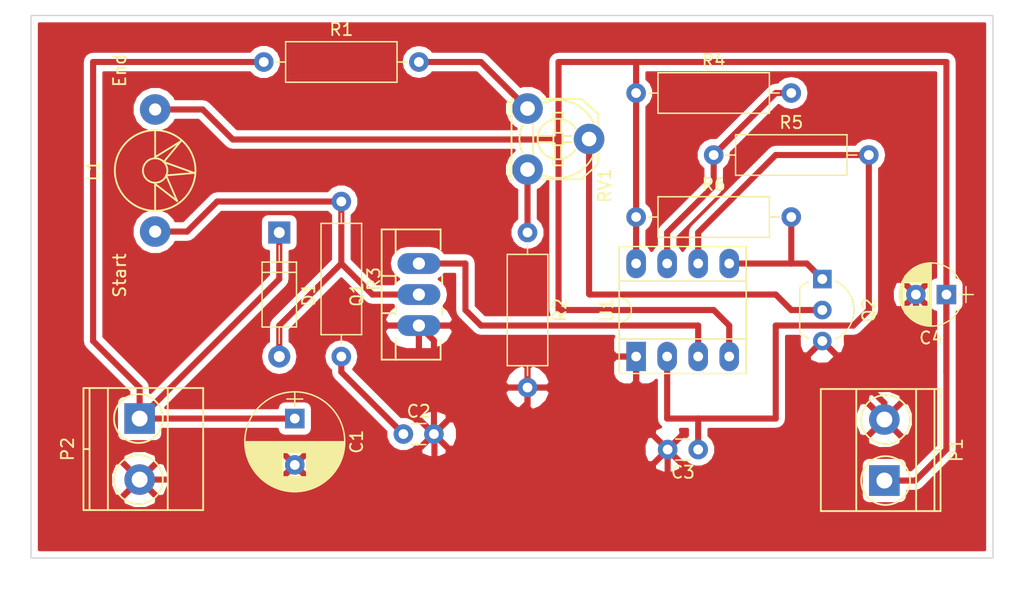
<source format=kicad_pcb>
(kicad_pcb (version 4) (host pcbnew 4.0.4-stable)

  (general
    (links 33)
    (no_connects 0)
    (area 25.4 55.88 109.220001 104.140001)
    (thickness 1.6)
    (drawings 5)
    (tracks 97)
    (zones 0)
    (modules 18)
    (nets 13)
  )

  (page A4)
  (layers
    (0 F.Cu signal)
    (31 B.Cu signal)
    (32 B.Adhes user)
    (33 F.Adhes user)
    (34 B.Paste user)
    (35 F.Paste user)
    (36 B.SilkS user)
    (37 F.SilkS user)
    (38 B.Mask user)
    (39 F.Mask user)
    (40 Dwgs.User user)
    (41 Cmts.User user)
    (42 Eco1.User user)
    (43 Eco2.User user)
    (44 Edge.Cuts user)
    (45 Margin user)
    (46 B.CrtYd user)
    (47 F.CrtYd user)
    (48 B.Fab user)
    (49 F.Fab user)
  )

  (setup
    (last_trace_width 0.5)
    (trace_clearance 0.2)
    (zone_clearance 0.508)
    (zone_45_only no)
    (trace_min 0.3)
    (segment_width 0.2)
    (edge_width 0.1)
    (via_size 0.6)
    (via_drill 0.4)
    (via_min_size 0.4)
    (via_min_drill 0.3)
    (uvia_size 0.3)
    (uvia_drill 0.1)
    (uvias_allowed no)
    (uvia_min_size 0.2)
    (uvia_min_drill 0.1)
    (pcb_text_width 0.3)
    (pcb_text_size 1.5 1.5)
    (mod_edge_width 0.15)
    (mod_text_size 1 1)
    (mod_text_width 0.15)
    (pad_size 1.5 1.5)
    (pad_drill 0.6)
    (pad_to_mask_clearance 0)
    (aux_axis_origin 0 0)
    (visible_elements 7FFFFFFF)
    (pcbplotparams
      (layerselection 0x00030_80000001)
      (usegerberextensions false)
      (excludeedgelayer true)
      (linewidth 0.100000)
      (plotframeref false)
      (viasonmask false)
      (mode 1)
      (useauxorigin false)
      (hpglpennumber 1)
      (hpglpenspeed 20)
      (hpglpendiameter 15)
      (hpglpenoverlay 2)
      (psnegative false)
      (psa4output false)
      (plotreference true)
      (plotvalue true)
      (plotinvisibletext false)
      (padsonsilk false)
      (subtractmaskfromsilk false)
      (outputformat 1)
      (mirror false)
      (drillshape 1)
      (scaleselection 1)
      (outputdirectory C:/Users/szymo/Desktop/))
  )

  (net 0 "")
  (net 1 VSSA)
  (net 2 Earth)
  (net 3 "Net-(C2-Pad1)")
  (net 4 "Net-(C3-Pad1)")
  (net 5 +9V)
  (net 6 "Net-(D1-Pad2)")
  (net 7 "Net-(Q1-Pad3)")
  (net 8 "Net-(Q2-Pad2)")
  (net 9 "Net-(Q2-Pad1)")
  (net 10 "Net-(R1-Pad2)")
  (net 11 "Net-(R2-Pad1)")
  (net 12 "Net-(R4-Pad2)")

  (net_class Default "To jest domyślna klasa połączeń."
    (clearance 0.2)
    (trace_width 0.5)
    (via_dia 0.6)
    (via_drill 0.4)
    (uvia_dia 0.3)
    (uvia_drill 0.1)
    (add_net +9V)
    (add_net Earth)
    (add_net "Net-(C2-Pad1)")
    (add_net "Net-(C3-Pad1)")
    (add_net "Net-(D1-Pad2)")
    (add_net "Net-(Q1-Pad3)")
    (add_net "Net-(Q2-Pad1)")
    (add_net "Net-(Q2-Pad2)")
    (add_net "Net-(R1-Pad2)")
    (add_net "Net-(R2-Pad1)")
    (add_net "Net-(R4-Pad2)")
    (add_net VSSA)
  )

  (module Capacitors_ThroughHole:CP_Radial_D8.0mm_P3.80mm (layer F.Cu) (tedit 58765D06) (tstamp 588F9E4A)
    (at 49.53 90.17 270)
    (descr "CP, Radial series, Radial, pin pitch=3.80mm, , diameter=8mm, Electrolytic Capacitor")
    (tags "CP Radial series Radial pin pitch 3.80mm  diameter 8mm Electrolytic Capacitor")
    (path /588F8914)
    (fp_text reference C1 (at 1.9 -5.06 270) (layer F.SilkS)
      (effects (font (size 1 1) (thickness 0.15)))
    )
    (fp_text value 2.2uF (at 1.9 5.06 270) (layer F.Fab)
      (effects (font (size 1 1) (thickness 0.15)))
    )
    (fp_circle (center 1.9 0) (end 5.9 0) (layer F.Fab) (width 0.1))
    (fp_circle (center 1.9 0) (end 5.99 0) (layer F.SilkS) (width 0.12))
    (fp_line (start -2.2 0) (end -1 0) (layer F.Fab) (width 0.1))
    (fp_line (start -1.6 -0.65) (end -1.6 0.65) (layer F.Fab) (width 0.1))
    (fp_line (start 1.9 -4.05) (end 1.9 4.05) (layer F.SilkS) (width 0.12))
    (fp_line (start 1.94 -4.05) (end 1.94 4.05) (layer F.SilkS) (width 0.12))
    (fp_line (start 1.98 -4.05) (end 1.98 4.05) (layer F.SilkS) (width 0.12))
    (fp_line (start 2.02 -4.049) (end 2.02 4.049) (layer F.SilkS) (width 0.12))
    (fp_line (start 2.06 -4.047) (end 2.06 4.047) (layer F.SilkS) (width 0.12))
    (fp_line (start 2.1 -4.046) (end 2.1 4.046) (layer F.SilkS) (width 0.12))
    (fp_line (start 2.14 -4.043) (end 2.14 4.043) (layer F.SilkS) (width 0.12))
    (fp_line (start 2.18 -4.041) (end 2.18 4.041) (layer F.SilkS) (width 0.12))
    (fp_line (start 2.22 -4.038) (end 2.22 4.038) (layer F.SilkS) (width 0.12))
    (fp_line (start 2.26 -4.035) (end 2.26 4.035) (layer F.SilkS) (width 0.12))
    (fp_line (start 2.3 -4.031) (end 2.3 4.031) (layer F.SilkS) (width 0.12))
    (fp_line (start 2.34 -4.027) (end 2.34 4.027) (layer F.SilkS) (width 0.12))
    (fp_line (start 2.38 -4.022) (end 2.38 4.022) (layer F.SilkS) (width 0.12))
    (fp_line (start 2.42 -4.017) (end 2.42 4.017) (layer F.SilkS) (width 0.12))
    (fp_line (start 2.46 -4.012) (end 2.46 4.012) (layer F.SilkS) (width 0.12))
    (fp_line (start 2.5 -4.006) (end 2.5 4.006) (layer F.SilkS) (width 0.12))
    (fp_line (start 2.54 -4) (end 2.54 4) (layer F.SilkS) (width 0.12))
    (fp_line (start 2.58 -3.994) (end 2.58 3.994) (layer F.SilkS) (width 0.12))
    (fp_line (start 2.621 -3.987) (end 2.621 3.987) (layer F.SilkS) (width 0.12))
    (fp_line (start 2.661 -3.979) (end 2.661 3.979) (layer F.SilkS) (width 0.12))
    (fp_line (start 2.701 -3.971) (end 2.701 3.971) (layer F.SilkS) (width 0.12))
    (fp_line (start 2.741 -3.963) (end 2.741 3.963) (layer F.SilkS) (width 0.12))
    (fp_line (start 2.781 -3.955) (end 2.781 3.955) (layer F.SilkS) (width 0.12))
    (fp_line (start 2.821 -3.946) (end 2.821 -0.98) (layer F.SilkS) (width 0.12))
    (fp_line (start 2.821 0.98) (end 2.821 3.946) (layer F.SilkS) (width 0.12))
    (fp_line (start 2.861 -3.936) (end 2.861 -0.98) (layer F.SilkS) (width 0.12))
    (fp_line (start 2.861 0.98) (end 2.861 3.936) (layer F.SilkS) (width 0.12))
    (fp_line (start 2.901 -3.926) (end 2.901 -0.98) (layer F.SilkS) (width 0.12))
    (fp_line (start 2.901 0.98) (end 2.901 3.926) (layer F.SilkS) (width 0.12))
    (fp_line (start 2.941 -3.916) (end 2.941 -0.98) (layer F.SilkS) (width 0.12))
    (fp_line (start 2.941 0.98) (end 2.941 3.916) (layer F.SilkS) (width 0.12))
    (fp_line (start 2.981 -3.905) (end 2.981 -0.98) (layer F.SilkS) (width 0.12))
    (fp_line (start 2.981 0.98) (end 2.981 3.905) (layer F.SilkS) (width 0.12))
    (fp_line (start 3.021 -3.894) (end 3.021 -0.98) (layer F.SilkS) (width 0.12))
    (fp_line (start 3.021 0.98) (end 3.021 3.894) (layer F.SilkS) (width 0.12))
    (fp_line (start 3.061 -3.883) (end 3.061 -0.98) (layer F.SilkS) (width 0.12))
    (fp_line (start 3.061 0.98) (end 3.061 3.883) (layer F.SilkS) (width 0.12))
    (fp_line (start 3.101 -3.87) (end 3.101 -0.98) (layer F.SilkS) (width 0.12))
    (fp_line (start 3.101 0.98) (end 3.101 3.87) (layer F.SilkS) (width 0.12))
    (fp_line (start 3.141 -3.858) (end 3.141 -0.98) (layer F.SilkS) (width 0.12))
    (fp_line (start 3.141 0.98) (end 3.141 3.858) (layer F.SilkS) (width 0.12))
    (fp_line (start 3.181 -3.845) (end 3.181 -0.98) (layer F.SilkS) (width 0.12))
    (fp_line (start 3.181 0.98) (end 3.181 3.845) (layer F.SilkS) (width 0.12))
    (fp_line (start 3.221 -3.832) (end 3.221 -0.98) (layer F.SilkS) (width 0.12))
    (fp_line (start 3.221 0.98) (end 3.221 3.832) (layer F.SilkS) (width 0.12))
    (fp_line (start 3.261 -3.818) (end 3.261 -0.98) (layer F.SilkS) (width 0.12))
    (fp_line (start 3.261 0.98) (end 3.261 3.818) (layer F.SilkS) (width 0.12))
    (fp_line (start 3.301 -3.803) (end 3.301 -0.98) (layer F.SilkS) (width 0.12))
    (fp_line (start 3.301 0.98) (end 3.301 3.803) (layer F.SilkS) (width 0.12))
    (fp_line (start 3.341 -3.789) (end 3.341 -0.98) (layer F.SilkS) (width 0.12))
    (fp_line (start 3.341 0.98) (end 3.341 3.789) (layer F.SilkS) (width 0.12))
    (fp_line (start 3.381 -3.773) (end 3.381 -0.98) (layer F.SilkS) (width 0.12))
    (fp_line (start 3.381 0.98) (end 3.381 3.773) (layer F.SilkS) (width 0.12))
    (fp_line (start 3.421 -3.758) (end 3.421 -0.98) (layer F.SilkS) (width 0.12))
    (fp_line (start 3.421 0.98) (end 3.421 3.758) (layer F.SilkS) (width 0.12))
    (fp_line (start 3.461 -3.741) (end 3.461 -0.98) (layer F.SilkS) (width 0.12))
    (fp_line (start 3.461 0.98) (end 3.461 3.741) (layer F.SilkS) (width 0.12))
    (fp_line (start 3.501 -3.725) (end 3.501 -0.98) (layer F.SilkS) (width 0.12))
    (fp_line (start 3.501 0.98) (end 3.501 3.725) (layer F.SilkS) (width 0.12))
    (fp_line (start 3.541 -3.707) (end 3.541 -0.98) (layer F.SilkS) (width 0.12))
    (fp_line (start 3.541 0.98) (end 3.541 3.707) (layer F.SilkS) (width 0.12))
    (fp_line (start 3.581 -3.69) (end 3.581 -0.98) (layer F.SilkS) (width 0.12))
    (fp_line (start 3.581 0.98) (end 3.581 3.69) (layer F.SilkS) (width 0.12))
    (fp_line (start 3.621 -3.671) (end 3.621 -0.98) (layer F.SilkS) (width 0.12))
    (fp_line (start 3.621 0.98) (end 3.621 3.671) (layer F.SilkS) (width 0.12))
    (fp_line (start 3.661 -3.652) (end 3.661 -0.98) (layer F.SilkS) (width 0.12))
    (fp_line (start 3.661 0.98) (end 3.661 3.652) (layer F.SilkS) (width 0.12))
    (fp_line (start 3.701 -3.633) (end 3.701 -0.98) (layer F.SilkS) (width 0.12))
    (fp_line (start 3.701 0.98) (end 3.701 3.633) (layer F.SilkS) (width 0.12))
    (fp_line (start 3.741 -3.613) (end 3.741 -0.98) (layer F.SilkS) (width 0.12))
    (fp_line (start 3.741 0.98) (end 3.741 3.613) (layer F.SilkS) (width 0.12))
    (fp_line (start 3.781 -3.593) (end 3.781 -0.98) (layer F.SilkS) (width 0.12))
    (fp_line (start 3.781 0.98) (end 3.781 3.593) (layer F.SilkS) (width 0.12))
    (fp_line (start 3.821 -3.572) (end 3.821 -0.98) (layer F.SilkS) (width 0.12))
    (fp_line (start 3.821 0.98) (end 3.821 3.572) (layer F.SilkS) (width 0.12))
    (fp_line (start 3.861 -3.55) (end 3.861 -0.98) (layer F.SilkS) (width 0.12))
    (fp_line (start 3.861 0.98) (end 3.861 3.55) (layer F.SilkS) (width 0.12))
    (fp_line (start 3.901 -3.528) (end 3.901 -0.98) (layer F.SilkS) (width 0.12))
    (fp_line (start 3.901 0.98) (end 3.901 3.528) (layer F.SilkS) (width 0.12))
    (fp_line (start 3.941 -3.505) (end 3.941 -0.98) (layer F.SilkS) (width 0.12))
    (fp_line (start 3.941 0.98) (end 3.941 3.505) (layer F.SilkS) (width 0.12))
    (fp_line (start 3.981 -3.482) (end 3.981 -0.98) (layer F.SilkS) (width 0.12))
    (fp_line (start 3.981 0.98) (end 3.981 3.482) (layer F.SilkS) (width 0.12))
    (fp_line (start 4.021 -3.458) (end 4.021 -0.98) (layer F.SilkS) (width 0.12))
    (fp_line (start 4.021 0.98) (end 4.021 3.458) (layer F.SilkS) (width 0.12))
    (fp_line (start 4.061 -3.434) (end 4.061 -0.98) (layer F.SilkS) (width 0.12))
    (fp_line (start 4.061 0.98) (end 4.061 3.434) (layer F.SilkS) (width 0.12))
    (fp_line (start 4.101 -3.408) (end 4.101 -0.98) (layer F.SilkS) (width 0.12))
    (fp_line (start 4.101 0.98) (end 4.101 3.408) (layer F.SilkS) (width 0.12))
    (fp_line (start 4.141 -3.383) (end 4.141 -0.98) (layer F.SilkS) (width 0.12))
    (fp_line (start 4.141 0.98) (end 4.141 3.383) (layer F.SilkS) (width 0.12))
    (fp_line (start 4.181 -3.356) (end 4.181 -0.98) (layer F.SilkS) (width 0.12))
    (fp_line (start 4.181 0.98) (end 4.181 3.356) (layer F.SilkS) (width 0.12))
    (fp_line (start 4.221 -3.329) (end 4.221 -0.98) (layer F.SilkS) (width 0.12))
    (fp_line (start 4.221 0.98) (end 4.221 3.329) (layer F.SilkS) (width 0.12))
    (fp_line (start 4.261 -3.301) (end 4.261 -0.98) (layer F.SilkS) (width 0.12))
    (fp_line (start 4.261 0.98) (end 4.261 3.301) (layer F.SilkS) (width 0.12))
    (fp_line (start 4.301 -3.272) (end 4.301 -0.98) (layer F.SilkS) (width 0.12))
    (fp_line (start 4.301 0.98) (end 4.301 3.272) (layer F.SilkS) (width 0.12))
    (fp_line (start 4.341 -3.243) (end 4.341 -0.98) (layer F.SilkS) (width 0.12))
    (fp_line (start 4.341 0.98) (end 4.341 3.243) (layer F.SilkS) (width 0.12))
    (fp_line (start 4.381 -3.213) (end 4.381 -0.98) (layer F.SilkS) (width 0.12))
    (fp_line (start 4.381 0.98) (end 4.381 3.213) (layer F.SilkS) (width 0.12))
    (fp_line (start 4.421 -3.182) (end 4.421 -0.98) (layer F.SilkS) (width 0.12))
    (fp_line (start 4.421 0.98) (end 4.421 3.182) (layer F.SilkS) (width 0.12))
    (fp_line (start 4.461 -3.15) (end 4.461 -0.98) (layer F.SilkS) (width 0.12))
    (fp_line (start 4.461 0.98) (end 4.461 3.15) (layer F.SilkS) (width 0.12))
    (fp_line (start 4.501 -3.118) (end 4.501 -0.98) (layer F.SilkS) (width 0.12))
    (fp_line (start 4.501 0.98) (end 4.501 3.118) (layer F.SilkS) (width 0.12))
    (fp_line (start 4.541 -3.084) (end 4.541 -0.98) (layer F.SilkS) (width 0.12))
    (fp_line (start 4.541 0.98) (end 4.541 3.084) (layer F.SilkS) (width 0.12))
    (fp_line (start 4.581 -3.05) (end 4.581 -0.98) (layer F.SilkS) (width 0.12))
    (fp_line (start 4.581 0.98) (end 4.581 3.05) (layer F.SilkS) (width 0.12))
    (fp_line (start 4.621 -3.015) (end 4.621 -0.98) (layer F.SilkS) (width 0.12))
    (fp_line (start 4.621 0.98) (end 4.621 3.015) (layer F.SilkS) (width 0.12))
    (fp_line (start 4.661 -2.979) (end 4.661 -0.98) (layer F.SilkS) (width 0.12))
    (fp_line (start 4.661 0.98) (end 4.661 2.979) (layer F.SilkS) (width 0.12))
    (fp_line (start 4.701 -2.942) (end 4.701 -0.98) (layer F.SilkS) (width 0.12))
    (fp_line (start 4.701 0.98) (end 4.701 2.942) (layer F.SilkS) (width 0.12))
    (fp_line (start 4.741 -2.904) (end 4.741 -0.98) (layer F.SilkS) (width 0.12))
    (fp_line (start 4.741 0.98) (end 4.741 2.904) (layer F.SilkS) (width 0.12))
    (fp_line (start 4.781 -2.865) (end 4.781 2.865) (layer F.SilkS) (width 0.12))
    (fp_line (start 4.821 -2.824) (end 4.821 2.824) (layer F.SilkS) (width 0.12))
    (fp_line (start 4.861 -2.783) (end 4.861 2.783) (layer F.SilkS) (width 0.12))
    (fp_line (start 4.901 -2.74) (end 4.901 2.74) (layer F.SilkS) (width 0.12))
    (fp_line (start 4.941 -2.697) (end 4.941 2.697) (layer F.SilkS) (width 0.12))
    (fp_line (start 4.981 -2.652) (end 4.981 2.652) (layer F.SilkS) (width 0.12))
    (fp_line (start 5.021 -2.605) (end 5.021 2.605) (layer F.SilkS) (width 0.12))
    (fp_line (start 5.061 -2.557) (end 5.061 2.557) (layer F.SilkS) (width 0.12))
    (fp_line (start 5.101 -2.508) (end 5.101 2.508) (layer F.SilkS) (width 0.12))
    (fp_line (start 5.141 -2.457) (end 5.141 2.457) (layer F.SilkS) (width 0.12))
    (fp_line (start 5.181 -2.404) (end 5.181 2.404) (layer F.SilkS) (width 0.12))
    (fp_line (start 5.221 -2.349) (end 5.221 2.349) (layer F.SilkS) (width 0.12))
    (fp_line (start 5.261 -2.293) (end 5.261 2.293) (layer F.SilkS) (width 0.12))
    (fp_line (start 5.301 -2.234) (end 5.301 2.234) (layer F.SilkS) (width 0.12))
    (fp_line (start 5.341 -2.173) (end 5.341 2.173) (layer F.SilkS) (width 0.12))
    (fp_line (start 5.381 -2.109) (end 5.381 2.109) (layer F.SilkS) (width 0.12))
    (fp_line (start 5.421 -2.043) (end 5.421 2.043) (layer F.SilkS) (width 0.12))
    (fp_line (start 5.461 -1.974) (end 5.461 1.974) (layer F.SilkS) (width 0.12))
    (fp_line (start 5.501 -1.902) (end 5.501 1.902) (layer F.SilkS) (width 0.12))
    (fp_line (start 5.541 -1.826) (end 5.541 1.826) (layer F.SilkS) (width 0.12))
    (fp_line (start 5.581 -1.745) (end 5.581 1.745) (layer F.SilkS) (width 0.12))
    (fp_line (start 5.621 -1.66) (end 5.621 1.66) (layer F.SilkS) (width 0.12))
    (fp_line (start 5.661 -1.57) (end 5.661 1.57) (layer F.SilkS) (width 0.12))
    (fp_line (start 5.701 -1.473) (end 5.701 1.473) (layer F.SilkS) (width 0.12))
    (fp_line (start 5.741 -1.369) (end 5.741 1.369) (layer F.SilkS) (width 0.12))
    (fp_line (start 5.781 -1.254) (end 5.781 1.254) (layer F.SilkS) (width 0.12))
    (fp_line (start 5.821 -1.127) (end 5.821 1.127) (layer F.SilkS) (width 0.12))
    (fp_line (start 5.861 -0.983) (end 5.861 0.983) (layer F.SilkS) (width 0.12))
    (fp_line (start 5.901 -0.814) (end 5.901 0.814) (layer F.SilkS) (width 0.12))
    (fp_line (start 5.941 -0.598) (end 5.941 0.598) (layer F.SilkS) (width 0.12))
    (fp_line (start 5.981 -0.246) (end 5.981 0.246) (layer F.SilkS) (width 0.12))
    (fp_line (start -2.2 0) (end -1 0) (layer F.SilkS) (width 0.12))
    (fp_line (start -1.6 -0.65) (end -1.6 0.65) (layer F.SilkS) (width 0.12))
    (fp_line (start -2.45 -4.35) (end -2.45 4.35) (layer F.CrtYd) (width 0.05))
    (fp_line (start -2.45 4.35) (end 6.25 4.35) (layer F.CrtYd) (width 0.05))
    (fp_line (start 6.25 4.35) (end 6.25 -4.35) (layer F.CrtYd) (width 0.05))
    (fp_line (start 6.25 -4.35) (end -2.45 -4.35) (layer F.CrtYd) (width 0.05))
    (pad 1 thru_hole rect (at 0 0 270) (size 1.6 1.6) (drill 0.8) (layers *.Cu *.Mask)
      (net 1 VSSA))
    (pad 2 thru_hole circle (at 3.8 0 270) (size 1.6 1.6) (drill 0.8) (layers *.Cu *.Mask)
      (net 2 Earth))
    (model Capacitors_ThroughHole.3dshapes/CP_Radial_D8.0mm_P3.80mm.wrl
      (at (xyz 0 0 0))
      (scale (xyz 0.393701 0.393701 0.393701))
      (rotate (xyz 0 0 0))
    )
  )

  (module Capacitors_ThroughHole:C_Disc_D3.0mm_W1.6mm_P2.50mm (layer F.Cu) (tedit 588FA42E) (tstamp 588F9E50)
    (at 58.42 91.44)
    (descr "C, Disc series, Radial, pin pitch=2.50mm, , diameter*width=3.0*1.6mm^2, Capacitor, http://www.vishay.com/docs/45233/krseries.pdf")
    (tags "C Disc series Radial pin pitch 2.50mm  diameter 3.0mm width 1.6mm Capacitor")
    (path /588F8783)
    (fp_text reference C2 (at 1.25 -1.86) (layer F.SilkS)
      (effects (font (size 1 1) (thickness 0.15)))
    )
    (fp_text value 100pF (at 1.25 1.86 90) (layer F.Fab)
      (effects (font (size 1 1) (thickness 0.15)))
    )
    (fp_line (start -0.25 -0.8) (end -0.25 0.8) (layer F.Fab) (width 0.1))
    (fp_line (start -0.25 0.8) (end 2.75 0.8) (layer F.Fab) (width 0.1))
    (fp_line (start 2.75 0.8) (end 2.75 -0.8) (layer F.Fab) (width 0.1))
    (fp_line (start 2.75 -0.8) (end -0.25 -0.8) (layer F.Fab) (width 0.1))
    (fp_line (start 0.663 -0.861) (end 1.837 -0.861) (layer F.SilkS) (width 0.12))
    (fp_line (start 0.663 0.861) (end 1.837 0.861) (layer F.SilkS) (width 0.12))
    (fp_line (start -1.05 -1.15) (end -1.05 1.15) (layer F.CrtYd) (width 0.05))
    (fp_line (start -1.05 1.15) (end 3.55 1.15) (layer F.CrtYd) (width 0.05))
    (fp_line (start 3.55 1.15) (end 3.55 -1.15) (layer F.CrtYd) (width 0.05))
    (fp_line (start 3.55 -1.15) (end -1.05 -1.15) (layer F.CrtYd) (width 0.05))
    (pad 1 thru_hole circle (at 0 0) (size 1.6 1.6) (drill 0.8) (layers *.Cu *.Mask)
      (net 3 "Net-(C2-Pad1)"))
    (pad 2 thru_hole circle (at 2.5 0) (size 1.6 1.6) (drill 0.8) (layers *.Cu *.Mask)
      (net 2 Earth))
    (model Capacitors_ThroughHole.3dshapes/C_Disc_D3.0mm_W1.6mm_P2.50mm.wrl
      (at (xyz 0 0 0))
      (scale (xyz 0.393701 0.393701 0.393701))
      (rotate (xyz 0 0 0))
    )
  )

  (module Capacitors_ThroughHole:C_Disc_D3.0mm_W1.6mm_P2.50mm (layer F.Cu) (tedit 58765D06) (tstamp 588F9E56)
    (at 82.55 92.71 180)
    (descr "C, Disc series, Radial, pin pitch=2.50mm, , diameter*width=3.0*1.6mm^2, Capacitor, http://www.vishay.com/docs/45233/krseries.pdf")
    (tags "C Disc series Radial pin pitch 2.50mm  diameter 3.0mm width 1.6mm Capacitor")
    (path /588F87E4)
    (fp_text reference C3 (at 1.25 -1.86 180) (layer F.SilkS)
      (effects (font (size 1 1) (thickness 0.15)))
    )
    (fp_text value 2n2 (at 1.25 1.86 180) (layer F.Fab)
      (effects (font (size 1 1) (thickness 0.15)))
    )
    (fp_line (start -0.25 -0.8) (end -0.25 0.8) (layer F.Fab) (width 0.1))
    (fp_line (start -0.25 0.8) (end 2.75 0.8) (layer F.Fab) (width 0.1))
    (fp_line (start 2.75 0.8) (end 2.75 -0.8) (layer F.Fab) (width 0.1))
    (fp_line (start 2.75 -0.8) (end -0.25 -0.8) (layer F.Fab) (width 0.1))
    (fp_line (start 0.663 -0.861) (end 1.837 -0.861) (layer F.SilkS) (width 0.12))
    (fp_line (start 0.663 0.861) (end 1.837 0.861) (layer F.SilkS) (width 0.12))
    (fp_line (start -1.05 -1.15) (end -1.05 1.15) (layer F.CrtYd) (width 0.05))
    (fp_line (start -1.05 1.15) (end 3.55 1.15) (layer F.CrtYd) (width 0.05))
    (fp_line (start 3.55 1.15) (end 3.55 -1.15) (layer F.CrtYd) (width 0.05))
    (fp_line (start 3.55 -1.15) (end -1.05 -1.15) (layer F.CrtYd) (width 0.05))
    (pad 1 thru_hole circle (at 0 0 180) (size 1.6 1.6) (drill 0.8) (layers *.Cu *.Mask)
      (net 4 "Net-(C3-Pad1)"))
    (pad 2 thru_hole circle (at 2.5 0 180) (size 1.6 1.6) (drill 0.8) (layers *.Cu *.Mask)
      (net 2 Earth))
    (model Capacitors_ThroughHole.3dshapes/C_Disc_D3.0mm_W1.6mm_P2.50mm.wrl
      (at (xyz 0 0 0))
      (scale (xyz 0.393701 0.393701 0.393701))
      (rotate (xyz 0 0 0))
    )
  )

  (module Capacitors_ThroughHole:CP_Radial_D5.0mm_P2.50mm (layer F.Cu) (tedit 58765D06) (tstamp 588F9E5C)
    (at 102.87 80.01 180)
    (descr "CP, Radial series, Radial, pin pitch=2.50mm, , diameter=5mm, Electrolytic Capacitor")
    (tags "CP Radial series Radial pin pitch 2.50mm  diameter 5mm Electrolytic Capacitor")
    (path /588F88B3)
    (fp_text reference C4 (at 1.25 -3.56 180) (layer F.SilkS)
      (effects (font (size 1 1) (thickness 0.15)))
    )
    (fp_text value 330uF (at 1.25 3.56 180) (layer F.Fab)
      (effects (font (size 1 1) (thickness 0.15)))
    )
    (fp_arc (start 1.25 0) (end -1.147436 -0.98) (angle 135.5) (layer F.SilkS) (width 0.12))
    (fp_arc (start 1.25 0) (end -1.147436 0.98) (angle -135.5) (layer F.SilkS) (width 0.12))
    (fp_arc (start 1.25 0) (end 3.647436 -0.98) (angle 44.5) (layer F.SilkS) (width 0.12))
    (fp_circle (center 1.25 0) (end 3.75 0) (layer F.Fab) (width 0.1))
    (fp_line (start -2.2 0) (end -1 0) (layer F.Fab) (width 0.1))
    (fp_line (start -1.6 -0.65) (end -1.6 0.65) (layer F.Fab) (width 0.1))
    (fp_line (start 1.25 -2.55) (end 1.25 2.55) (layer F.SilkS) (width 0.12))
    (fp_line (start 1.29 -2.55) (end 1.29 2.55) (layer F.SilkS) (width 0.12))
    (fp_line (start 1.33 -2.549) (end 1.33 2.549) (layer F.SilkS) (width 0.12))
    (fp_line (start 1.37 -2.548) (end 1.37 2.548) (layer F.SilkS) (width 0.12))
    (fp_line (start 1.41 -2.546) (end 1.41 2.546) (layer F.SilkS) (width 0.12))
    (fp_line (start 1.45 -2.543) (end 1.45 2.543) (layer F.SilkS) (width 0.12))
    (fp_line (start 1.49 -2.539) (end 1.49 2.539) (layer F.SilkS) (width 0.12))
    (fp_line (start 1.53 -2.535) (end 1.53 -0.98) (layer F.SilkS) (width 0.12))
    (fp_line (start 1.53 0.98) (end 1.53 2.535) (layer F.SilkS) (width 0.12))
    (fp_line (start 1.57 -2.531) (end 1.57 -0.98) (layer F.SilkS) (width 0.12))
    (fp_line (start 1.57 0.98) (end 1.57 2.531) (layer F.SilkS) (width 0.12))
    (fp_line (start 1.61 -2.525) (end 1.61 -0.98) (layer F.SilkS) (width 0.12))
    (fp_line (start 1.61 0.98) (end 1.61 2.525) (layer F.SilkS) (width 0.12))
    (fp_line (start 1.65 -2.519) (end 1.65 -0.98) (layer F.SilkS) (width 0.12))
    (fp_line (start 1.65 0.98) (end 1.65 2.519) (layer F.SilkS) (width 0.12))
    (fp_line (start 1.69 -2.513) (end 1.69 -0.98) (layer F.SilkS) (width 0.12))
    (fp_line (start 1.69 0.98) (end 1.69 2.513) (layer F.SilkS) (width 0.12))
    (fp_line (start 1.73 -2.506) (end 1.73 -0.98) (layer F.SilkS) (width 0.12))
    (fp_line (start 1.73 0.98) (end 1.73 2.506) (layer F.SilkS) (width 0.12))
    (fp_line (start 1.77 -2.498) (end 1.77 -0.98) (layer F.SilkS) (width 0.12))
    (fp_line (start 1.77 0.98) (end 1.77 2.498) (layer F.SilkS) (width 0.12))
    (fp_line (start 1.81 -2.489) (end 1.81 -0.98) (layer F.SilkS) (width 0.12))
    (fp_line (start 1.81 0.98) (end 1.81 2.489) (layer F.SilkS) (width 0.12))
    (fp_line (start 1.85 -2.48) (end 1.85 -0.98) (layer F.SilkS) (width 0.12))
    (fp_line (start 1.85 0.98) (end 1.85 2.48) (layer F.SilkS) (width 0.12))
    (fp_line (start 1.89 -2.47) (end 1.89 -0.98) (layer F.SilkS) (width 0.12))
    (fp_line (start 1.89 0.98) (end 1.89 2.47) (layer F.SilkS) (width 0.12))
    (fp_line (start 1.93 -2.46) (end 1.93 -0.98) (layer F.SilkS) (width 0.12))
    (fp_line (start 1.93 0.98) (end 1.93 2.46) (layer F.SilkS) (width 0.12))
    (fp_line (start 1.971 -2.448) (end 1.971 -0.98) (layer F.SilkS) (width 0.12))
    (fp_line (start 1.971 0.98) (end 1.971 2.448) (layer F.SilkS) (width 0.12))
    (fp_line (start 2.011 -2.436) (end 2.011 -0.98) (layer F.SilkS) (width 0.12))
    (fp_line (start 2.011 0.98) (end 2.011 2.436) (layer F.SilkS) (width 0.12))
    (fp_line (start 2.051 -2.424) (end 2.051 -0.98) (layer F.SilkS) (width 0.12))
    (fp_line (start 2.051 0.98) (end 2.051 2.424) (layer F.SilkS) (width 0.12))
    (fp_line (start 2.091 -2.41) (end 2.091 -0.98) (layer F.SilkS) (width 0.12))
    (fp_line (start 2.091 0.98) (end 2.091 2.41) (layer F.SilkS) (width 0.12))
    (fp_line (start 2.131 -2.396) (end 2.131 -0.98) (layer F.SilkS) (width 0.12))
    (fp_line (start 2.131 0.98) (end 2.131 2.396) (layer F.SilkS) (width 0.12))
    (fp_line (start 2.171 -2.382) (end 2.171 -0.98) (layer F.SilkS) (width 0.12))
    (fp_line (start 2.171 0.98) (end 2.171 2.382) (layer F.SilkS) (width 0.12))
    (fp_line (start 2.211 -2.366) (end 2.211 -0.98) (layer F.SilkS) (width 0.12))
    (fp_line (start 2.211 0.98) (end 2.211 2.366) (layer F.SilkS) (width 0.12))
    (fp_line (start 2.251 -2.35) (end 2.251 -0.98) (layer F.SilkS) (width 0.12))
    (fp_line (start 2.251 0.98) (end 2.251 2.35) (layer F.SilkS) (width 0.12))
    (fp_line (start 2.291 -2.333) (end 2.291 -0.98) (layer F.SilkS) (width 0.12))
    (fp_line (start 2.291 0.98) (end 2.291 2.333) (layer F.SilkS) (width 0.12))
    (fp_line (start 2.331 -2.315) (end 2.331 -0.98) (layer F.SilkS) (width 0.12))
    (fp_line (start 2.331 0.98) (end 2.331 2.315) (layer F.SilkS) (width 0.12))
    (fp_line (start 2.371 -2.296) (end 2.371 -0.98) (layer F.SilkS) (width 0.12))
    (fp_line (start 2.371 0.98) (end 2.371 2.296) (layer F.SilkS) (width 0.12))
    (fp_line (start 2.411 -2.276) (end 2.411 -0.98) (layer F.SilkS) (width 0.12))
    (fp_line (start 2.411 0.98) (end 2.411 2.276) (layer F.SilkS) (width 0.12))
    (fp_line (start 2.451 -2.256) (end 2.451 -0.98) (layer F.SilkS) (width 0.12))
    (fp_line (start 2.451 0.98) (end 2.451 2.256) (layer F.SilkS) (width 0.12))
    (fp_line (start 2.491 -2.234) (end 2.491 -0.98) (layer F.SilkS) (width 0.12))
    (fp_line (start 2.491 0.98) (end 2.491 2.234) (layer F.SilkS) (width 0.12))
    (fp_line (start 2.531 -2.212) (end 2.531 -0.98) (layer F.SilkS) (width 0.12))
    (fp_line (start 2.531 0.98) (end 2.531 2.212) (layer F.SilkS) (width 0.12))
    (fp_line (start 2.571 -2.189) (end 2.571 -0.98) (layer F.SilkS) (width 0.12))
    (fp_line (start 2.571 0.98) (end 2.571 2.189) (layer F.SilkS) (width 0.12))
    (fp_line (start 2.611 -2.165) (end 2.611 -0.98) (layer F.SilkS) (width 0.12))
    (fp_line (start 2.611 0.98) (end 2.611 2.165) (layer F.SilkS) (width 0.12))
    (fp_line (start 2.651 -2.14) (end 2.651 -0.98) (layer F.SilkS) (width 0.12))
    (fp_line (start 2.651 0.98) (end 2.651 2.14) (layer F.SilkS) (width 0.12))
    (fp_line (start 2.691 -2.113) (end 2.691 -0.98) (layer F.SilkS) (width 0.12))
    (fp_line (start 2.691 0.98) (end 2.691 2.113) (layer F.SilkS) (width 0.12))
    (fp_line (start 2.731 -2.086) (end 2.731 -0.98) (layer F.SilkS) (width 0.12))
    (fp_line (start 2.731 0.98) (end 2.731 2.086) (layer F.SilkS) (width 0.12))
    (fp_line (start 2.771 -2.058) (end 2.771 -0.98) (layer F.SilkS) (width 0.12))
    (fp_line (start 2.771 0.98) (end 2.771 2.058) (layer F.SilkS) (width 0.12))
    (fp_line (start 2.811 -2.028) (end 2.811 -0.98) (layer F.SilkS) (width 0.12))
    (fp_line (start 2.811 0.98) (end 2.811 2.028) (layer F.SilkS) (width 0.12))
    (fp_line (start 2.851 -1.997) (end 2.851 -0.98) (layer F.SilkS) (width 0.12))
    (fp_line (start 2.851 0.98) (end 2.851 1.997) (layer F.SilkS) (width 0.12))
    (fp_line (start 2.891 -1.965) (end 2.891 -0.98) (layer F.SilkS) (width 0.12))
    (fp_line (start 2.891 0.98) (end 2.891 1.965) (layer F.SilkS) (width 0.12))
    (fp_line (start 2.931 -1.932) (end 2.931 -0.98) (layer F.SilkS) (width 0.12))
    (fp_line (start 2.931 0.98) (end 2.931 1.932) (layer F.SilkS) (width 0.12))
    (fp_line (start 2.971 -1.897) (end 2.971 -0.98) (layer F.SilkS) (width 0.12))
    (fp_line (start 2.971 0.98) (end 2.971 1.897) (layer F.SilkS) (width 0.12))
    (fp_line (start 3.011 -1.861) (end 3.011 -0.98) (layer F.SilkS) (width 0.12))
    (fp_line (start 3.011 0.98) (end 3.011 1.861) (layer F.SilkS) (width 0.12))
    (fp_line (start 3.051 -1.823) (end 3.051 -0.98) (layer F.SilkS) (width 0.12))
    (fp_line (start 3.051 0.98) (end 3.051 1.823) (layer F.SilkS) (width 0.12))
    (fp_line (start 3.091 -1.783) (end 3.091 -0.98) (layer F.SilkS) (width 0.12))
    (fp_line (start 3.091 0.98) (end 3.091 1.783) (layer F.SilkS) (width 0.12))
    (fp_line (start 3.131 -1.742) (end 3.131 -0.98) (layer F.SilkS) (width 0.12))
    (fp_line (start 3.131 0.98) (end 3.131 1.742) (layer F.SilkS) (width 0.12))
    (fp_line (start 3.171 -1.699) (end 3.171 -0.98) (layer F.SilkS) (width 0.12))
    (fp_line (start 3.171 0.98) (end 3.171 1.699) (layer F.SilkS) (width 0.12))
    (fp_line (start 3.211 -1.654) (end 3.211 -0.98) (layer F.SilkS) (width 0.12))
    (fp_line (start 3.211 0.98) (end 3.211 1.654) (layer F.SilkS) (width 0.12))
    (fp_line (start 3.251 -1.606) (end 3.251 -0.98) (layer F.SilkS) (width 0.12))
    (fp_line (start 3.251 0.98) (end 3.251 1.606) (layer F.SilkS) (width 0.12))
    (fp_line (start 3.291 -1.556) (end 3.291 -0.98) (layer F.SilkS) (width 0.12))
    (fp_line (start 3.291 0.98) (end 3.291 1.556) (layer F.SilkS) (width 0.12))
    (fp_line (start 3.331 -1.504) (end 3.331 -0.98) (layer F.SilkS) (width 0.12))
    (fp_line (start 3.331 0.98) (end 3.331 1.504) (layer F.SilkS) (width 0.12))
    (fp_line (start 3.371 -1.448) (end 3.371 -0.98) (layer F.SilkS) (width 0.12))
    (fp_line (start 3.371 0.98) (end 3.371 1.448) (layer F.SilkS) (width 0.12))
    (fp_line (start 3.411 -1.39) (end 3.411 -0.98) (layer F.SilkS) (width 0.12))
    (fp_line (start 3.411 0.98) (end 3.411 1.39) (layer F.SilkS) (width 0.12))
    (fp_line (start 3.451 -1.327) (end 3.451 -0.98) (layer F.SilkS) (width 0.12))
    (fp_line (start 3.451 0.98) (end 3.451 1.327) (layer F.SilkS) (width 0.12))
    (fp_line (start 3.491 -1.261) (end 3.491 1.261) (layer F.SilkS) (width 0.12))
    (fp_line (start 3.531 -1.189) (end 3.531 1.189) (layer F.SilkS) (width 0.12))
    (fp_line (start 3.571 -1.112) (end 3.571 1.112) (layer F.SilkS) (width 0.12))
    (fp_line (start 3.611 -1.028) (end 3.611 1.028) (layer F.SilkS) (width 0.12))
    (fp_line (start 3.651 -0.934) (end 3.651 0.934) (layer F.SilkS) (width 0.12))
    (fp_line (start 3.691 -0.829) (end 3.691 0.829) (layer F.SilkS) (width 0.12))
    (fp_line (start 3.731 -0.707) (end 3.731 0.707) (layer F.SilkS) (width 0.12))
    (fp_line (start 3.771 -0.559) (end 3.771 0.559) (layer F.SilkS) (width 0.12))
    (fp_line (start 3.811 -0.354) (end 3.811 0.354) (layer F.SilkS) (width 0.12))
    (fp_line (start -2.2 0) (end -1 0) (layer F.SilkS) (width 0.12))
    (fp_line (start -1.6 -0.65) (end -1.6 0.65) (layer F.SilkS) (width 0.12))
    (fp_line (start -1.6 -2.85) (end -1.6 2.85) (layer F.CrtYd) (width 0.05))
    (fp_line (start -1.6 2.85) (end 4.1 2.85) (layer F.CrtYd) (width 0.05))
    (fp_line (start 4.1 2.85) (end 4.1 -2.85) (layer F.CrtYd) (width 0.05))
    (fp_line (start 4.1 -2.85) (end -1.6 -2.85) (layer F.CrtYd) (width 0.05))
    (pad 1 thru_hole rect (at 0 0 180) (size 1.6 1.6) (drill 0.8) (layers *.Cu *.Mask)
      (net 5 +9V))
    (pad 2 thru_hole circle (at 2.5 0 180) (size 1.6 1.6) (drill 0.8) (layers *.Cu *.Mask)
      (net 2 Earth))
    (model Capacitors_ThroughHole.3dshapes/CP_Radial_D5.0mm_P2.50mm.wrl
      (at (xyz 0 0 0))
      (scale (xyz 0.393701 0.393701 0.393701))
      (rotate (xyz 0 0 0))
    )
  )

  (module Diodes_ThroughHole:D_A-405_P10.16mm_Horizontal (layer F.Cu) (tedit 5877C982) (tstamp 588F9E62)
    (at 48.26 74.93 270)
    (descr "D, A-405 series, Axial, Horizontal, pin pitch=10.16mm, , length*diameter=5.2*2.7mm^2, , http://www.diodes.com/_files/packages/A-405.pdf")
    (tags "D A-405 series Axial Horizontal pin pitch 10.16mm  length 5.2mm diameter 2.7mm")
    (path /588F8993)
    (fp_text reference D1 (at 5.08 -2.41 270) (layer F.SilkS)
      (effects (font (size 1 1) (thickness 0.15)))
    )
    (fp_text value UF4004 (at 5.08 2.41 270) (layer F.Fab)
      (effects (font (size 1 1) (thickness 0.15)))
    )
    (fp_line (start 2.48 -1.35) (end 2.48 1.35) (layer F.Fab) (width 0.1))
    (fp_line (start 2.48 1.35) (end 7.68 1.35) (layer F.Fab) (width 0.1))
    (fp_line (start 7.68 1.35) (end 7.68 -1.35) (layer F.Fab) (width 0.1))
    (fp_line (start 7.68 -1.35) (end 2.48 -1.35) (layer F.Fab) (width 0.1))
    (fp_line (start 0 0) (end 2.48 0) (layer F.Fab) (width 0.1))
    (fp_line (start 10.16 0) (end 7.68 0) (layer F.Fab) (width 0.1))
    (fp_line (start 3.26 -1.35) (end 3.26 1.35) (layer F.Fab) (width 0.1))
    (fp_line (start 2.42 -1.41) (end 2.42 1.41) (layer F.SilkS) (width 0.12))
    (fp_line (start 2.42 1.41) (end 7.74 1.41) (layer F.SilkS) (width 0.12))
    (fp_line (start 7.74 1.41) (end 7.74 -1.41) (layer F.SilkS) (width 0.12))
    (fp_line (start 7.74 -1.41) (end 2.42 -1.41) (layer F.SilkS) (width 0.12))
    (fp_line (start 1.08 0) (end 2.42 0) (layer F.SilkS) (width 0.12))
    (fp_line (start 9.08 0) (end 7.74 0) (layer F.SilkS) (width 0.12))
    (fp_line (start 3.26 -1.41) (end 3.26 1.41) (layer F.SilkS) (width 0.12))
    (fp_line (start -1.15 -1.7) (end -1.15 1.7) (layer F.CrtYd) (width 0.05))
    (fp_line (start -1.15 1.7) (end 11.35 1.7) (layer F.CrtYd) (width 0.05))
    (fp_line (start 11.35 1.7) (end 11.35 -1.7) (layer F.CrtYd) (width 0.05))
    (fp_line (start 11.35 -1.7) (end -1.15 -1.7) (layer F.CrtYd) (width 0.05))
    (pad 1 thru_hole rect (at 0 0 270) (size 1.8 1.8) (drill 0.9) (layers *.Cu *.Mask)
      (net 1 VSSA))
    (pad 2 thru_hole oval (at 10.16 0 270) (size 1.8 1.8) (drill 0.9) (layers *.Cu *.Mask)
      (net 6 "Net-(D1-Pad2)"))
    (model Diodes_ThroughHole.3dshapes/D_A-405_P10.16mm_Horizontal.wrl
      (at (xyz 0 0 0))
      (scale (xyz 0.393701 0.393701 0.393701))
      (rotate (xyz 0 0 0))
    )
  )

  (module Choke_Toroid_ThroughHole:Choke_Toroid_horizontal_Diameter7-5mm_Amidon-T25 (layer F.Cu) (tedit 0) (tstamp 588F9E68)
    (at 38.1 69.85 90)
    (descr "Choke, Inductance, Toroid, horizontal, laying, Diameter 7,5mm, Amidon, T25,")
    (tags "Choke, Inductance, Toroid, horizontal, laying, Diameter 7,5mm, Amidon, T25,")
    (path /588F8A18)
    (fp_text reference L1 (at 0 -5.08 90) (layer F.SilkS)
      (effects (font (size 1 1) (thickness 0.15)))
    )
    (fp_text value 100uH (at 0 5.08 90) (layer F.Fab)
      (effects (font (size 1 1) (thickness 0.15)))
    )
    (fp_line (start -3.2004 0) (end -1.09982 0) (layer F.SilkS) (width 0.15))
    (fp_line (start -1.09982 0) (end -2.49936 1.80086) (layer F.SilkS) (width 0.15))
    (fp_line (start -2.49936 1.80086) (end -0.39878 0.89916) (layer F.SilkS) (width 0.15))
    (fp_line (start -0.39878 0.89916) (end -0.20066 3.2004) (layer F.SilkS) (width 0.15))
    (fp_line (start -0.20066 3.2004) (end 0.70104 0.70104) (layer F.SilkS) (width 0.15))
    (fp_line (start 0.70104 0.70104) (end 2.4003 2.10058) (layer F.SilkS) (width 0.15))
    (fp_line (start 2.4003 2.10058) (end 1.09982 0) (layer F.SilkS) (width 0.15))
    (fp_line (start 1.09982 0) (end 3.2004 0) (layer F.SilkS) (width 0.15))
    (fp_circle (center 0 0) (end 1.00076 0) (layer F.SilkS) (width 0.15))
    (fp_circle (center 0 0) (end 3.29946 0) (layer F.SilkS) (width 0.15))
    (fp_text user End (at 8.19912 -2.90068 90) (layer F.SilkS)
      (effects (font (size 1 1) (thickness 0.15)))
    )
    (fp_text user Start (at -8.60044 -2.90068 90) (layer F.SilkS)
      (effects (font (size 1 1) (thickness 0.15)))
    )
    (pad 1 thru_hole circle (at -5.00126 0 90) (size 2.49936 2.49936) (drill 1.00076) (layers *.Cu *.Mask)
      (net 6 "Net-(D1-Pad2)"))
    (pad 2 thru_hole circle (at 5.00126 0 90) (size 2.49936 2.49936) (drill 1.00076) (layers *.Cu *.Mask)
      (net 5 +9V))
  )

  (module TO_SOT_Packages_THT:TO-220_Neutral123_Vertical_LargePads (layer F.Cu) (tedit 0) (tstamp 588F9E6F)
    (at 59.69 80.01 90)
    (descr "TO-220, Neutral, Vertical, Large Pads,")
    (tags "TO-220, Neutral, Vertical, Large Pads,")
    (path /588F82D8)
    (fp_text reference Q1 (at 0 -5.08 90) (layer F.SilkS)
      (effects (font (size 1 1) (thickness 0.15)))
    )
    (fp_text value IRF730 (at 0 3.81 90) (layer F.Fab)
      (effects (font (size 1 1) (thickness 0.15)))
    )
    (fp_line (start 5.334 -1.905) (end 3.429 -1.905) (layer F.SilkS) (width 0.15))
    (fp_line (start 0.889 -1.905) (end 1.651 -1.905) (layer F.SilkS) (width 0.15))
    (fp_line (start -1.524 -1.905) (end -1.651 -1.905) (layer F.SilkS) (width 0.15))
    (fp_line (start -1.524 -1.905) (end -0.889 -1.905) (layer F.SilkS) (width 0.15))
    (fp_line (start -5.334 -1.905) (end -3.556 -1.905) (layer F.SilkS) (width 0.15))
    (fp_line (start -5.334 1.778) (end -3.683 1.778) (layer F.SilkS) (width 0.15))
    (fp_line (start -1.016 1.905) (end -1.651 1.905) (layer F.SilkS) (width 0.15))
    (fp_line (start 1.524 1.905) (end 0.889 1.905) (layer F.SilkS) (width 0.15))
    (fp_line (start 5.334 1.778) (end 3.683 1.778) (layer F.SilkS) (width 0.15))
    (fp_line (start -1.524 -3.048) (end -1.524 -1.905) (layer F.SilkS) (width 0.15))
    (fp_line (start 1.524 -3.048) (end 1.524 -1.905) (layer F.SilkS) (width 0.15))
    (fp_line (start 5.334 -1.905) (end 5.334 1.778) (layer F.SilkS) (width 0.15))
    (fp_line (start -5.334 1.778) (end -5.334 -1.905) (layer F.SilkS) (width 0.15))
    (fp_line (start 5.334 -3.048) (end 5.334 -1.905) (layer F.SilkS) (width 0.15))
    (fp_line (start -5.334 -1.905) (end -5.334 -3.048) (layer F.SilkS) (width 0.15))
    (fp_line (start 0 -3.048) (end -5.334 -3.048) (layer F.SilkS) (width 0.15))
    (fp_line (start 0 -3.048) (end 5.334 -3.048) (layer F.SilkS) (width 0.15))
    (pad 2 thru_hole oval (at 0 0 180) (size 3.50012 1.69926) (drill 1.00076) (layers *.Cu *.Mask)
      (net 6 "Net-(D1-Pad2)"))
    (pad 1 thru_hole oval (at -2.54 0 180) (size 3.50012 1.69926) (drill 1.00076) (layers *.Cu *.Mask)
      (net 2 Earth))
    (pad 3 thru_hole oval (at 2.54 0 180) (size 3.50012 1.69926) (drill 1.00076) (layers *.Cu *.Mask)
      (net 7 "Net-(Q1-Pad3)"))
    (model TO_SOT_Packages_THT.3dshapes/TO-220_Neutral123_Vertical_LargePads.wrl
      (at (xyz 0 0 0))
      (scale (xyz 0.3937 0.3937 0.3937))
      (rotate (xyz 0 0 0))
    )
  )

  (module TO_SOT_Packages_THT:TO-92_Inline_Wide (layer F.Cu) (tedit 588F9E72) (tstamp 588F9E76)
    (at 92.71 78.74 270)
    (descr "TO-92 leads in-line, wide, drill 0.8mm (see NXP sot054_po.pdf)")
    (tags "to-92 sc-43 sc-43a sot54 PA33 transistor")
    (path /588F831F)
    (fp_text reference Q2 (at 2.54 -3.81 450) (layer F.SilkS)
      (effects (font (size 1 1) (thickness 0.15)))
    )
    (fp_text value BC547 (at 2.54 2.794 270) (layer F.Fab)
      (effects (font (size 1 1) (thickness 0.15)))
    )
    (fp_line (start -1.1 -3) (end 6.1 -3) (layer F.CrtYd) (width 0.05))
    (fp_line (start 6.1 -3) (end 6.1 2.3) (layer F.CrtYd) (width 0.05))
    (fp_line (start 6.1 2.3) (end -1.1 2.3) (layer F.CrtYd) (width 0.05))
    (fp_line (start -1.1 2.3) (end -1.1 -3) (layer F.CrtYd) (width 0.05))
    (fp_line (start 0.74 1.85) (end 4.34 1.85) (layer F.SilkS) (width 0.12))
    (fp_line (start 0.8 1.75) (end 4.3 1.75) (layer F.Fab) (width 0.1))
    (fp_arc (start 2.54 0) (end 0.74 1.85) (angle 20) (layer F.SilkS) (width 0.12))
    (fp_arc (start 2.54 0) (end 2.54 -2.6) (angle -65) (layer F.SilkS) (width 0.12))
    (fp_arc (start 2.54 0) (end 2.54 -2.6) (angle 65) (layer F.SilkS) (width 0.12))
    (fp_arc (start 2.54 0) (end 2.54 -2.48) (angle 135) (layer F.Fab) (width 0.1))
    (fp_arc (start 2.54 0) (end 2.54 -2.48) (angle -135) (layer F.Fab) (width 0.1))
    (fp_arc (start 2.54 0) (end 4.34 1.85) (angle -20) (layer F.SilkS) (width 0.12))
    (pad 2 thru_hole circle (at 2.54 0) (size 1.524 1.524) (drill 0.8) (layers *.Cu *.Mask)
      (net 8 "Net-(Q2-Pad2)"))
    (pad 3 thru_hole circle (at 5.08 0) (size 1.524 1.524) (drill 0.8) (layers *.Cu *.Mask)
      (net 2 Earth))
    (pad 1 thru_hole rect (at 0 0) (size 1.524 1.524) (drill 0.8) (layers *.Cu *.Mask)
      (net 9 "Net-(Q2-Pad1)"))
    (model TO_SOT_Packages_THT.3dshapes/TO-92_Inline_Wide.wrl
      (at (xyz 0.1 0 0))
      (scale (xyz 1 1 1))
      (rotate (xyz 0 0 -90))
    )
  )

  (module Resistors_ThroughHole:R_Axial_DIN0309_L9.0mm_D3.2mm_P12.70mm_Horizontal (layer F.Cu) (tedit 5874F706) (tstamp 588F9E7C)
    (at 46.99 60.96)
    (descr "Resistor, Axial_DIN0309 series, Axial, Horizontal, pin pitch=12.7mm, 0.5W = 1/2W, length*diameter=9*3.2mm^2, http://cdn-reichelt.de/documents/datenblatt/B400/1_4W%23YAG.pdf")
    (tags "Resistor Axial_DIN0309 series Axial Horizontal pin pitch 12.7mm 0.5W = 1/2W length 9mm diameter 3.2mm")
    (path /588F844C)
    (fp_text reference R1 (at 6.35 -2.66) (layer F.SilkS)
      (effects (font (size 1 1) (thickness 0.15)))
    )
    (fp_text value 220k (at 6.35 2.66) (layer F.Fab)
      (effects (font (size 1 1) (thickness 0.15)))
    )
    (fp_line (start 1.85 -1.6) (end 1.85 1.6) (layer F.Fab) (width 0.1))
    (fp_line (start 1.85 1.6) (end 10.85 1.6) (layer F.Fab) (width 0.1))
    (fp_line (start 10.85 1.6) (end 10.85 -1.6) (layer F.Fab) (width 0.1))
    (fp_line (start 10.85 -1.6) (end 1.85 -1.6) (layer F.Fab) (width 0.1))
    (fp_line (start 0 0) (end 1.85 0) (layer F.Fab) (width 0.1))
    (fp_line (start 12.7 0) (end 10.85 0) (layer F.Fab) (width 0.1))
    (fp_line (start 1.79 -1.66) (end 1.79 1.66) (layer F.SilkS) (width 0.12))
    (fp_line (start 1.79 1.66) (end 10.91 1.66) (layer F.SilkS) (width 0.12))
    (fp_line (start 10.91 1.66) (end 10.91 -1.66) (layer F.SilkS) (width 0.12))
    (fp_line (start 10.91 -1.66) (end 1.79 -1.66) (layer F.SilkS) (width 0.12))
    (fp_line (start 0.98 0) (end 1.79 0) (layer F.SilkS) (width 0.12))
    (fp_line (start 11.72 0) (end 10.91 0) (layer F.SilkS) (width 0.12))
    (fp_line (start -1.05 -1.95) (end -1.05 1.95) (layer F.CrtYd) (width 0.05))
    (fp_line (start -1.05 1.95) (end 13.75 1.95) (layer F.CrtYd) (width 0.05))
    (fp_line (start 13.75 1.95) (end 13.75 -1.95) (layer F.CrtYd) (width 0.05))
    (fp_line (start 13.75 -1.95) (end -1.05 -1.95) (layer F.CrtYd) (width 0.05))
    (pad 1 thru_hole circle (at 0 0) (size 1.6 1.6) (drill 0.8) (layers *.Cu *.Mask)
      (net 1 VSSA))
    (pad 2 thru_hole oval (at 12.7 0) (size 1.6 1.6) (drill 0.8) (layers *.Cu *.Mask)
      (net 10 "Net-(R1-Pad2)"))
    (model Resistors_ThroughHole.3dshapes/R_Axial_DIN0309_L9.0mm_D3.2mm_P12.70mm_Horizontal.wrl
      (at (xyz 0 0 0))
      (scale (xyz 0.393701 0.393701 0.393701))
      (rotate (xyz 0 0 0))
    )
  )

  (module Resistors_ThroughHole:R_Axial_DIN0309_L9.0mm_D3.2mm_P12.70mm_Horizontal (layer F.Cu) (tedit 5874F706) (tstamp 588F9E82)
    (at 68.58 74.93 270)
    (descr "Resistor, Axial_DIN0309 series, Axial, Horizontal, pin pitch=12.7mm, 0.5W = 1/2W, length*diameter=9*3.2mm^2, http://cdn-reichelt.de/documents/datenblatt/B400/1_4W%23YAG.pdf")
    (tags "Resistor Axial_DIN0309 series Axial Horizontal pin pitch 12.7mm 0.5W = 1/2W length 9mm diameter 3.2mm")
    (path /588F8565)
    (fp_text reference R2 (at 6.35 -2.66 270) (layer F.SilkS)
      (effects (font (size 1 1) (thickness 0.15)))
    )
    (fp_text value 470R (at 6.35 2.66 270) (layer F.Fab)
      (effects (font (size 1 1) (thickness 0.15)))
    )
    (fp_line (start 1.85 -1.6) (end 1.85 1.6) (layer F.Fab) (width 0.1))
    (fp_line (start 1.85 1.6) (end 10.85 1.6) (layer F.Fab) (width 0.1))
    (fp_line (start 10.85 1.6) (end 10.85 -1.6) (layer F.Fab) (width 0.1))
    (fp_line (start 10.85 -1.6) (end 1.85 -1.6) (layer F.Fab) (width 0.1))
    (fp_line (start 0 0) (end 1.85 0) (layer F.Fab) (width 0.1))
    (fp_line (start 12.7 0) (end 10.85 0) (layer F.Fab) (width 0.1))
    (fp_line (start 1.79 -1.66) (end 1.79 1.66) (layer F.SilkS) (width 0.12))
    (fp_line (start 1.79 1.66) (end 10.91 1.66) (layer F.SilkS) (width 0.12))
    (fp_line (start 10.91 1.66) (end 10.91 -1.66) (layer F.SilkS) (width 0.12))
    (fp_line (start 10.91 -1.66) (end 1.79 -1.66) (layer F.SilkS) (width 0.12))
    (fp_line (start 0.98 0) (end 1.79 0) (layer F.SilkS) (width 0.12))
    (fp_line (start 11.72 0) (end 10.91 0) (layer F.SilkS) (width 0.12))
    (fp_line (start -1.05 -1.95) (end -1.05 1.95) (layer F.CrtYd) (width 0.05))
    (fp_line (start -1.05 1.95) (end 13.75 1.95) (layer F.CrtYd) (width 0.05))
    (fp_line (start 13.75 1.95) (end 13.75 -1.95) (layer F.CrtYd) (width 0.05))
    (fp_line (start 13.75 -1.95) (end -1.05 -1.95) (layer F.CrtYd) (width 0.05))
    (pad 1 thru_hole circle (at 0 0 270) (size 1.6 1.6) (drill 0.8) (layers *.Cu *.Mask)
      (net 11 "Net-(R2-Pad1)"))
    (pad 2 thru_hole oval (at 12.7 0 270) (size 1.6 1.6) (drill 0.8) (layers *.Cu *.Mask)
      (net 2 Earth))
    (model Resistors_ThroughHole.3dshapes/R_Axial_DIN0309_L9.0mm_D3.2mm_P12.70mm_Horizontal.wrl
      (at (xyz 0 0 0))
      (scale (xyz 0.393701 0.393701 0.393701))
      (rotate (xyz 0 0 0))
    )
  )

  (module Resistors_ThroughHole:R_Axial_DIN0309_L9.0mm_D3.2mm_P12.70mm_Horizontal (layer F.Cu) (tedit 5874F706) (tstamp 588F9E88)
    (at 53.34 72.39 270)
    (descr "Resistor, Axial_DIN0309 series, Axial, Horizontal, pin pitch=12.7mm, 0.5W = 1/2W, length*diameter=9*3.2mm^2, http://cdn-reichelt.de/documents/datenblatt/B400/1_4W%23YAG.pdf")
    (tags "Resistor Axial_DIN0309 series Axial Horizontal pin pitch 12.7mm 0.5W = 1/2W length 9mm diameter 3.2mm")
    (path /588F871C)
    (fp_text reference R3 (at 6.35 -2.66 270) (layer F.SilkS)
      (effects (font (size 1 1) (thickness 0.15)))
    )
    (fp_text value 2k2 (at 6.35 2.66 270) (layer F.Fab)
      (effects (font (size 1 1) (thickness 0.15)))
    )
    (fp_line (start 1.85 -1.6) (end 1.85 1.6) (layer F.Fab) (width 0.1))
    (fp_line (start 1.85 1.6) (end 10.85 1.6) (layer F.Fab) (width 0.1))
    (fp_line (start 10.85 1.6) (end 10.85 -1.6) (layer F.Fab) (width 0.1))
    (fp_line (start 10.85 -1.6) (end 1.85 -1.6) (layer F.Fab) (width 0.1))
    (fp_line (start 0 0) (end 1.85 0) (layer F.Fab) (width 0.1))
    (fp_line (start 12.7 0) (end 10.85 0) (layer F.Fab) (width 0.1))
    (fp_line (start 1.79 -1.66) (end 1.79 1.66) (layer F.SilkS) (width 0.12))
    (fp_line (start 1.79 1.66) (end 10.91 1.66) (layer F.SilkS) (width 0.12))
    (fp_line (start 10.91 1.66) (end 10.91 -1.66) (layer F.SilkS) (width 0.12))
    (fp_line (start 10.91 -1.66) (end 1.79 -1.66) (layer F.SilkS) (width 0.12))
    (fp_line (start 0.98 0) (end 1.79 0) (layer F.SilkS) (width 0.12))
    (fp_line (start 11.72 0) (end 10.91 0) (layer F.SilkS) (width 0.12))
    (fp_line (start -1.05 -1.95) (end -1.05 1.95) (layer F.CrtYd) (width 0.05))
    (fp_line (start -1.05 1.95) (end 13.75 1.95) (layer F.CrtYd) (width 0.05))
    (fp_line (start 13.75 1.95) (end 13.75 -1.95) (layer F.CrtYd) (width 0.05))
    (fp_line (start 13.75 -1.95) (end -1.05 -1.95) (layer F.CrtYd) (width 0.05))
    (pad 1 thru_hole circle (at 0 0 270) (size 1.6 1.6) (drill 0.8) (layers *.Cu *.Mask)
      (net 6 "Net-(D1-Pad2)"))
    (pad 2 thru_hole oval (at 12.7 0 270) (size 1.6 1.6) (drill 0.8) (layers *.Cu *.Mask)
      (net 3 "Net-(C2-Pad1)"))
    (model Resistors_ThroughHole.3dshapes/R_Axial_DIN0309_L9.0mm_D3.2mm_P12.70mm_Horizontal.wrl
      (at (xyz 0 0 0))
      (scale (xyz 0.393701 0.393701 0.393701))
      (rotate (xyz 0 0 0))
    )
  )

  (module Resistors_ThroughHole:R_Axial_DIN0309_L9.0mm_D3.2mm_P12.70mm_Horizontal (layer F.Cu) (tedit 5874F706) (tstamp 588F9E8E)
    (at 77.47 63.5)
    (descr "Resistor, Axial_DIN0309 series, Axial, Horizontal, pin pitch=12.7mm, 0.5W = 1/2W, length*diameter=9*3.2mm^2, http://cdn-reichelt.de/documents/datenblatt/B400/1_4W%23YAG.pdf")
    (tags "Resistor Axial_DIN0309 series Axial Horizontal pin pitch 12.7mm 0.5W = 1/2W length 9mm diameter 3.2mm")
    (path /588F8384)
    (fp_text reference R4 (at 6.35 -2.66) (layer F.SilkS)
      (effects (font (size 1 1) (thickness 0.15)))
    )
    (fp_text value 1k (at 6.35 2.66) (layer F.Fab)
      (effects (font (size 1 1) (thickness 0.15)))
    )
    (fp_line (start 1.85 -1.6) (end 1.85 1.6) (layer F.Fab) (width 0.1))
    (fp_line (start 1.85 1.6) (end 10.85 1.6) (layer F.Fab) (width 0.1))
    (fp_line (start 10.85 1.6) (end 10.85 -1.6) (layer F.Fab) (width 0.1))
    (fp_line (start 10.85 -1.6) (end 1.85 -1.6) (layer F.Fab) (width 0.1))
    (fp_line (start 0 0) (end 1.85 0) (layer F.Fab) (width 0.1))
    (fp_line (start 12.7 0) (end 10.85 0) (layer F.Fab) (width 0.1))
    (fp_line (start 1.79 -1.66) (end 1.79 1.66) (layer F.SilkS) (width 0.12))
    (fp_line (start 1.79 1.66) (end 10.91 1.66) (layer F.SilkS) (width 0.12))
    (fp_line (start 10.91 1.66) (end 10.91 -1.66) (layer F.SilkS) (width 0.12))
    (fp_line (start 10.91 -1.66) (end 1.79 -1.66) (layer F.SilkS) (width 0.12))
    (fp_line (start 0.98 0) (end 1.79 0) (layer F.SilkS) (width 0.12))
    (fp_line (start 11.72 0) (end 10.91 0) (layer F.SilkS) (width 0.12))
    (fp_line (start -1.05 -1.95) (end -1.05 1.95) (layer F.CrtYd) (width 0.05))
    (fp_line (start -1.05 1.95) (end 13.75 1.95) (layer F.CrtYd) (width 0.05))
    (fp_line (start 13.75 1.95) (end 13.75 -1.95) (layer F.CrtYd) (width 0.05))
    (fp_line (start 13.75 -1.95) (end -1.05 -1.95) (layer F.CrtYd) (width 0.05))
    (pad 1 thru_hole circle (at 0 0) (size 1.6 1.6) (drill 0.8) (layers *.Cu *.Mask)
      (net 5 +9V))
    (pad 2 thru_hole oval (at 12.7 0) (size 1.6 1.6) (drill 0.8) (layers *.Cu *.Mask)
      (net 12 "Net-(R4-Pad2)"))
    (model Resistors_ThroughHole.3dshapes/R_Axial_DIN0309_L9.0mm_D3.2mm_P12.70mm_Horizontal.wrl
      (at (xyz 0 0 0))
      (scale (xyz 0.393701 0.393701 0.393701))
      (rotate (xyz 0 0 0))
    )
  )

  (module Resistors_ThroughHole:R_Axial_DIN0309_L9.0mm_D3.2mm_P12.70mm_Horizontal (layer F.Cu) (tedit 5874F706) (tstamp 588F9E94)
    (at 83.82 68.58)
    (descr "Resistor, Axial_DIN0309 series, Axial, Horizontal, pin pitch=12.7mm, 0.5W = 1/2W, length*diameter=9*3.2mm^2, http://cdn-reichelt.de/documents/datenblatt/B400/1_4W%23YAG.pdf")
    (tags "Resistor Axial_DIN0309 series Axial Horizontal pin pitch 12.7mm 0.5W = 1/2W length 9mm diameter 3.2mm")
    (path /588F83EB)
    (fp_text reference R5 (at 6.35 -2.66) (layer F.SilkS)
      (effects (font (size 1 1) (thickness 0.15)))
    )
    (fp_text value 10k (at 6.35 2.66) (layer F.Fab)
      (effects (font (size 1 1) (thickness 0.15)))
    )
    (fp_line (start 1.85 -1.6) (end 1.85 1.6) (layer F.Fab) (width 0.1))
    (fp_line (start 1.85 1.6) (end 10.85 1.6) (layer F.Fab) (width 0.1))
    (fp_line (start 10.85 1.6) (end 10.85 -1.6) (layer F.Fab) (width 0.1))
    (fp_line (start 10.85 -1.6) (end 1.85 -1.6) (layer F.Fab) (width 0.1))
    (fp_line (start 0 0) (end 1.85 0) (layer F.Fab) (width 0.1))
    (fp_line (start 12.7 0) (end 10.85 0) (layer F.Fab) (width 0.1))
    (fp_line (start 1.79 -1.66) (end 1.79 1.66) (layer F.SilkS) (width 0.12))
    (fp_line (start 1.79 1.66) (end 10.91 1.66) (layer F.SilkS) (width 0.12))
    (fp_line (start 10.91 1.66) (end 10.91 -1.66) (layer F.SilkS) (width 0.12))
    (fp_line (start 10.91 -1.66) (end 1.79 -1.66) (layer F.SilkS) (width 0.12))
    (fp_line (start 0.98 0) (end 1.79 0) (layer F.SilkS) (width 0.12))
    (fp_line (start 11.72 0) (end 10.91 0) (layer F.SilkS) (width 0.12))
    (fp_line (start -1.05 -1.95) (end -1.05 1.95) (layer F.CrtYd) (width 0.05))
    (fp_line (start -1.05 1.95) (end 13.75 1.95) (layer F.CrtYd) (width 0.05))
    (fp_line (start 13.75 1.95) (end 13.75 -1.95) (layer F.CrtYd) (width 0.05))
    (fp_line (start 13.75 -1.95) (end -1.05 -1.95) (layer F.CrtYd) (width 0.05))
    (pad 1 thru_hole circle (at 0 0) (size 1.6 1.6) (drill 0.8) (layers *.Cu *.Mask)
      (net 12 "Net-(R4-Pad2)"))
    (pad 2 thru_hole oval (at 12.7 0) (size 1.6 1.6) (drill 0.8) (layers *.Cu *.Mask)
      (net 4 "Net-(C3-Pad1)"))
    (model Resistors_ThroughHole.3dshapes/R_Axial_DIN0309_L9.0mm_D3.2mm_P12.70mm_Horizontal.wrl
      (at (xyz 0 0 0))
      (scale (xyz 0.393701 0.393701 0.393701))
      (rotate (xyz 0 0 0))
    )
  )

  (module Resistors_ThroughHole:R_Axial_DIN0309_L9.0mm_D3.2mm_P12.70mm_Horizontal (layer F.Cu) (tedit 5874F706) (tstamp 588F9E9A)
    (at 77.47 73.66)
    (descr "Resistor, Axial_DIN0309 series, Axial, Horizontal, pin pitch=12.7mm, 0.5W = 1/2W, length*diameter=9*3.2mm^2, http://cdn-reichelt.de/documents/datenblatt/B400/1_4W%23YAG.pdf")
    (tags "Resistor Axial_DIN0309 series Axial Horizontal pin pitch 12.7mm 0.5W = 1/2W length 9mm diameter 3.2mm")
    (path /588F9ED1)
    (fp_text reference R6 (at 6.35 -2.66) (layer F.SilkS)
      (effects (font (size 1 1) (thickness 0.15)))
    )
    (fp_text value 56k (at 6.35 2.66) (layer F.Fab)
      (effects (font (size 1 1) (thickness 0.15)))
    )
    (fp_line (start 1.85 -1.6) (end 1.85 1.6) (layer F.Fab) (width 0.1))
    (fp_line (start 1.85 1.6) (end 10.85 1.6) (layer F.Fab) (width 0.1))
    (fp_line (start 10.85 1.6) (end 10.85 -1.6) (layer F.Fab) (width 0.1))
    (fp_line (start 10.85 -1.6) (end 1.85 -1.6) (layer F.Fab) (width 0.1))
    (fp_line (start 0 0) (end 1.85 0) (layer F.Fab) (width 0.1))
    (fp_line (start 12.7 0) (end 10.85 0) (layer F.Fab) (width 0.1))
    (fp_line (start 1.79 -1.66) (end 1.79 1.66) (layer F.SilkS) (width 0.12))
    (fp_line (start 1.79 1.66) (end 10.91 1.66) (layer F.SilkS) (width 0.12))
    (fp_line (start 10.91 1.66) (end 10.91 -1.66) (layer F.SilkS) (width 0.12))
    (fp_line (start 10.91 -1.66) (end 1.79 -1.66) (layer F.SilkS) (width 0.12))
    (fp_line (start 0.98 0) (end 1.79 0) (layer F.SilkS) (width 0.12))
    (fp_line (start 11.72 0) (end 10.91 0) (layer F.SilkS) (width 0.12))
    (fp_line (start -1.05 -1.95) (end -1.05 1.95) (layer F.CrtYd) (width 0.05))
    (fp_line (start -1.05 1.95) (end 13.75 1.95) (layer F.CrtYd) (width 0.05))
    (fp_line (start 13.75 1.95) (end 13.75 -1.95) (layer F.CrtYd) (width 0.05))
    (fp_line (start 13.75 -1.95) (end -1.05 -1.95) (layer F.CrtYd) (width 0.05))
    (pad 1 thru_hole circle (at 0 0) (size 1.6 1.6) (drill 0.8) (layers *.Cu *.Mask)
      (net 5 +9V))
    (pad 2 thru_hole oval (at 12.7 0) (size 1.6 1.6) (drill 0.8) (layers *.Cu *.Mask)
      (net 9 "Net-(Q2-Pad1)"))
    (model Resistors_ThroughHole.3dshapes/R_Axial_DIN0309_L9.0mm_D3.2mm_P12.70mm_Horizontal.wrl
      (at (xyz 0 0 0))
      (scale (xyz 0.393701 0.393701 0.393701))
      (rotate (xyz 0 0 0))
    )
  )

  (module Housings_DIP:DIP-8_W7.62mm_Socket_LongPads (layer F.Cu) (tedit 586281B4) (tstamp 588F9EAD)
    (at 77.47 85.09 90)
    (descr "8-lead dip package, row spacing 7.62 mm (300 mils), Socket, LongPads")
    (tags "DIL DIP PDIP 2.54mm 7.62mm 300mil Socket LongPads")
    (path /588F80B4)
    (fp_text reference U1 (at 3.81 -2.39 90) (layer F.SilkS)
      (effects (font (size 1 1) (thickness 0.15)))
    )
    (fp_text value NE555 (at 3.81 10.01 90) (layer F.Fab)
      (effects (font (size 1 1) (thickness 0.15)))
    )
    (fp_arc (start 3.81 -1.39) (end 2.81 -1.39) (angle -180) (layer F.SilkS) (width 0.12))
    (fp_line (start 1.635 -1.27) (end 6.985 -1.27) (layer F.Fab) (width 0.1))
    (fp_line (start 6.985 -1.27) (end 6.985 8.89) (layer F.Fab) (width 0.1))
    (fp_line (start 6.985 8.89) (end 0.635 8.89) (layer F.Fab) (width 0.1))
    (fp_line (start 0.635 8.89) (end 0.635 -0.27) (layer F.Fab) (width 0.1))
    (fp_line (start 0.635 -0.27) (end 1.635 -1.27) (layer F.Fab) (width 0.1))
    (fp_line (start -1.27 -1.27) (end -1.27 8.89) (layer F.Fab) (width 0.1))
    (fp_line (start -1.27 8.89) (end 8.89 8.89) (layer F.Fab) (width 0.1))
    (fp_line (start 8.89 8.89) (end 8.89 -1.27) (layer F.Fab) (width 0.1))
    (fp_line (start 8.89 -1.27) (end -1.27 -1.27) (layer F.Fab) (width 0.1))
    (fp_line (start 2.81 -1.39) (end 1.44 -1.39) (layer F.SilkS) (width 0.12))
    (fp_line (start 1.44 -1.39) (end 1.44 9.01) (layer F.SilkS) (width 0.12))
    (fp_line (start 1.44 9.01) (end 6.18 9.01) (layer F.SilkS) (width 0.12))
    (fp_line (start 6.18 9.01) (end 6.18 -1.39) (layer F.SilkS) (width 0.12))
    (fp_line (start 6.18 -1.39) (end 4.81 -1.39) (layer F.SilkS) (width 0.12))
    (fp_line (start -1.39 -1.39) (end -1.39 9.01) (layer F.SilkS) (width 0.12))
    (fp_line (start -1.39 9.01) (end 9.01 9.01) (layer F.SilkS) (width 0.12))
    (fp_line (start 9.01 9.01) (end 9.01 -1.39) (layer F.SilkS) (width 0.12))
    (fp_line (start 9.01 -1.39) (end -1.39 -1.39) (layer F.SilkS) (width 0.12))
    (fp_line (start -1.7 -1.7) (end -1.7 9.3) (layer F.CrtYd) (width 0.05))
    (fp_line (start -1.7 9.3) (end 9.3 9.3) (layer F.CrtYd) (width 0.05))
    (fp_line (start 9.3 9.3) (end 9.3 -1.7) (layer F.CrtYd) (width 0.05))
    (fp_line (start 9.3 -1.7) (end -1.7 -1.7) (layer F.CrtYd) (width 0.05))
    (pad 1 thru_hole rect (at 0 0 90) (size 2.4 1.6) (drill 0.8) (layers *.Cu *.Mask)
      (net 2 Earth))
    (pad 5 thru_hole oval (at 7.62 7.62 90) (size 2.4 1.6) (drill 0.8) (layers *.Cu *.Mask)
      (net 9 "Net-(Q2-Pad1)"))
    (pad 2 thru_hole oval (at 0 2.54 90) (size 2.4 1.6) (drill 0.8) (layers *.Cu *.Mask)
      (net 4 "Net-(C3-Pad1)"))
    (pad 6 thru_hole oval (at 7.62 5.08 90) (size 2.4 1.6) (drill 0.8) (layers *.Cu *.Mask)
      (net 4 "Net-(C3-Pad1)"))
    (pad 3 thru_hole oval (at 0 5.08 90) (size 2.4 1.6) (drill 0.8) (layers *.Cu *.Mask)
      (net 7 "Net-(Q1-Pad3)"))
    (pad 7 thru_hole oval (at 7.62 2.54 90) (size 2.4 1.6) (drill 0.8) (layers *.Cu *.Mask)
      (net 12 "Net-(R4-Pad2)"))
    (pad 4 thru_hole oval (at 0 7.62 90) (size 2.4 1.6) (drill 0.8) (layers *.Cu *.Mask)
      (net 5 +9V))
    (pad 8 thru_hole oval (at 7.62 0 90) (size 2.4 1.6) (drill 0.8) (layers *.Cu *.Mask)
      (net 5 +9V))
    (model Housings_DIP.3dshapes/DIP-8_W7.62mm_Socket_LongPads.wrl
      (at (xyz 0 0 0))
      (scale (xyz 1 1 1))
      (rotate (xyz 0 0 0))
    )
  )

  (module Terminal_Blocks:TerminalBlock_Pheonix_MKDS1.5-2pol (layer F.Cu) (tedit 563007E4) (tstamp 588FA30E)
    (at 97.79 95.25 90)
    (descr "2-way 5mm pitch terminal block, Phoenix MKDS series")
    (path /5890593A)
    (fp_text reference P1 (at 2.5 5.9 90) (layer F.SilkS)
      (effects (font (size 1 1) (thickness 0.15)))
    )
    (fp_text value CONN_02X01 (at 2.5 -6.6 90) (layer F.Fab)
      (effects (font (size 1 1) (thickness 0.15)))
    )
    (fp_line (start -2.7 -5.4) (end 7.7 -5.4) (layer F.CrtYd) (width 0.05))
    (fp_line (start -2.7 4.8) (end -2.7 -5.4) (layer F.CrtYd) (width 0.05))
    (fp_line (start 7.7 4.8) (end -2.7 4.8) (layer F.CrtYd) (width 0.05))
    (fp_line (start 7.7 -5.4) (end 7.7 4.8) (layer F.CrtYd) (width 0.05))
    (fp_line (start 2.5 4.1) (end 2.5 4.6) (layer F.SilkS) (width 0.15))
    (fp_circle (center 5 0.1) (end 3 0.1) (layer F.SilkS) (width 0.15))
    (fp_circle (center 0 0.1) (end 2 0.1) (layer F.SilkS) (width 0.15))
    (fp_line (start -2.5 2.6) (end 7.5 2.6) (layer F.SilkS) (width 0.15))
    (fp_line (start -2.5 -2.3) (end 7.5 -2.3) (layer F.SilkS) (width 0.15))
    (fp_line (start -2.5 4.1) (end 7.5 4.1) (layer F.SilkS) (width 0.15))
    (fp_line (start -2.5 4.6) (end 7.5 4.6) (layer F.SilkS) (width 0.15))
    (fp_line (start 7.5 4.6) (end 7.5 -5.2) (layer F.SilkS) (width 0.15))
    (fp_line (start 7.5 -5.2) (end -2.5 -5.2) (layer F.SilkS) (width 0.15))
    (fp_line (start -2.5 -5.2) (end -2.5 4.6) (layer F.SilkS) (width 0.15))
    (pad 1 thru_hole rect (at 0 0 90) (size 2.5 2.5) (drill 1.3) (layers *.Cu *.Mask)
      (net 5 +9V))
    (pad 2 thru_hole circle (at 5 0 90) (size 2.5 2.5) (drill 1.3) (layers *.Cu *.Mask)
      (net 2 Earth))
    (model Terminal_Blocks.3dshapes/TerminalBlock_Pheonix_MKDS1.5-2pol.wrl
      (at (xyz 0.0984 0 0))
      (scale (xyz 1 1 1))
      (rotate (xyz 0 0 0))
    )
  )

  (module Terminal_Blocks:TerminalBlock_Pheonix_MKDS1.5-2pol (layer F.Cu) (tedit 563007E4) (tstamp 588FA314)
    (at 36.83 90.17 270)
    (descr "2-way 5mm pitch terminal block, Phoenix MKDS series")
    (path /58905EFC)
    (fp_text reference P2 (at 2.5 5.9 270) (layer F.SilkS)
      (effects (font (size 1 1) (thickness 0.15)))
    )
    (fp_text value CONN_02X01 (at 2.5 -6.6 270) (layer F.Fab)
      (effects (font (size 1 1) (thickness 0.15)))
    )
    (fp_line (start -2.7 -5.4) (end 7.7 -5.4) (layer F.CrtYd) (width 0.05))
    (fp_line (start -2.7 4.8) (end -2.7 -5.4) (layer F.CrtYd) (width 0.05))
    (fp_line (start 7.7 4.8) (end -2.7 4.8) (layer F.CrtYd) (width 0.05))
    (fp_line (start 7.7 -5.4) (end 7.7 4.8) (layer F.CrtYd) (width 0.05))
    (fp_line (start 2.5 4.1) (end 2.5 4.6) (layer F.SilkS) (width 0.15))
    (fp_circle (center 5 0.1) (end 3 0.1) (layer F.SilkS) (width 0.15))
    (fp_circle (center 0 0.1) (end 2 0.1) (layer F.SilkS) (width 0.15))
    (fp_line (start -2.5 2.6) (end 7.5 2.6) (layer F.SilkS) (width 0.15))
    (fp_line (start -2.5 -2.3) (end 7.5 -2.3) (layer F.SilkS) (width 0.15))
    (fp_line (start -2.5 4.1) (end 7.5 4.1) (layer F.SilkS) (width 0.15))
    (fp_line (start -2.5 4.6) (end 7.5 4.6) (layer F.SilkS) (width 0.15))
    (fp_line (start 7.5 4.6) (end 7.5 -5.2) (layer F.SilkS) (width 0.15))
    (fp_line (start 7.5 -5.2) (end -2.5 -5.2) (layer F.SilkS) (width 0.15))
    (fp_line (start -2.5 -5.2) (end -2.5 4.6) (layer F.SilkS) (width 0.15))
    (pad 1 thru_hole rect (at 0 0 270) (size 2.5 2.5) (drill 1.3) (layers *.Cu *.Mask)
      (net 1 VSSA))
    (pad 2 thru_hole circle (at 5 0 270) (size 2.5 2.5) (drill 1.3) (layers *.Cu *.Mask)
      (net 2 Earth))
    (model Terminal_Blocks.3dshapes/TerminalBlock_Pheonix_MKDS1.5-2pol.wrl
      (at (xyz 0.0984 0 0))
      (scale (xyz 1 1 1))
      (rotate (xyz 0 0 0))
    )
  )

  (module Potentiometers:Potentiometer_Triwood_RM-065 (layer F.Cu) (tedit 53FABC1B) (tstamp 588F9EA1)
    (at 68.58 64.77 270)
    (descr "Potentiometer, Trimmer, RM-065")
    (tags "Potentiometer, Trimmer, RM-065")
    (path /588FC93C)
    (fp_text reference RV1 (at 6.30936 -6.30936 270) (layer F.SilkS)
      (effects (font (size 1 1) (thickness 0.15)))
    )
    (fp_text value 1k (at 2.49936 2.58064 270) (layer F.Fab)
      (effects (font (size 1 1) (thickness 0.15)))
    )
    (fp_line (start 2.24536 -2.88036) (end 2.24536 -3.64236) (layer F.SilkS) (width 0.15))
    (fp_line (start 2.75336 -2.88036) (end 2.75336 -3.64236) (layer F.SilkS) (width 0.15))
    (fp_arc (start 2.49936 -2.49936) (end 4.15036 -2.24536) (angle 90) (layer F.SilkS) (width 0.15))
    (fp_arc (start 2.49936 -2.49936) (end 2.62636 -0.84836) (angle 90) (layer F.SilkS) (width 0.15))
    (fp_arc (start 2.49936 -2.49936) (end 3.38836 -3.89636) (angle 90) (layer F.SilkS) (width 0.15))
    (fp_arc (start 2.49936 -2.49936) (end 1.10236 -1.61036) (angle 90) (layer F.SilkS) (width 0.15))
    (fp_line (start -0.80264 1.31064) (end -0.80264 1.18364) (layer F.SilkS) (width 0.15))
    (fp_line (start -0.80264 -2.49936) (end -0.80264 -1.10236) (layer F.SilkS) (width 0.15))
    (fp_line (start 5.80136 1.31064) (end 5.80136 1.18364) (layer F.SilkS) (width 0.15))
    (fp_line (start 5.80136 -2.49936) (end 5.80136 -1.10236) (layer F.SilkS) (width 0.15))
    (fp_line (start 1.35636 0.42164) (end 1.73736 0.54864) (layer F.SilkS) (width 0.15))
    (fp_line (start 1.73736 0.54864) (end 2.49936 0.67564) (layer F.SilkS) (width 0.15))
    (fp_line (start 2.49936 0.67564) (end 3.26136 0.54864) (layer F.SilkS) (width 0.15))
    (fp_line (start 3.26136 0.54864) (end 3.64236 0.42164) (layer F.SilkS) (width 0.15))
    (fp_line (start 1.22936 -0.46736) (end 3.76936 -0.46736) (layer F.SilkS) (width 0.15))
    (fp_arc (start 2.49936 -2.49936) (end 3.76936 -5.42036) (angle 90) (layer F.SilkS) (width 0.15))
    (fp_arc (start 2.49936 -2.49936) (end -0.42164 -1.22936) (angle 90) (layer F.SilkS) (width 0.15))
    (fp_line (start 4.53136 -5.80136) (end 3.64236 -5.80136) (layer F.SilkS) (width 0.15))
    (fp_line (start 1.35636 -5.80136) (end 0.46736 -5.80136) (layer F.SilkS) (width 0.15))
    (fp_line (start 4.15036 -2.88036) (end 4.65836 -2.88036) (layer F.SilkS) (width 0.15))
    (fp_line (start 4.65836 -2.88036) (end 4.65836 -2.11836) (layer F.SilkS) (width 0.15))
    (fp_line (start 4.65836 -2.11836) (end 4.15036 -2.11836) (layer F.SilkS) (width 0.15))
    (fp_line (start 0.84836 -2.88036) (end 0.34036 -2.88036) (layer F.SilkS) (width 0.15))
    (fp_line (start 0.34036 -2.88036) (end 0.34036 -2.11836) (layer F.SilkS) (width 0.15))
    (fp_line (start 0.34036 -2.11836) (end 0.84836 -2.11836) (layer F.SilkS) (width 0.15))
    (fp_line (start 3.00736 -2.24536) (end 4.15036 -2.24536) (layer F.SilkS) (width 0.15))
    (fp_line (start 3.00736 -2.75336) (end 4.15036 -2.75336) (layer F.SilkS) (width 0.15))
    (fp_line (start 1.99136 -2.24536) (end 0.84836 -2.24536) (layer F.SilkS) (width 0.15))
    (fp_line (start 1.99136 -2.75336) (end 0.84836 -2.75336) (layer F.SilkS) (width 0.15))
    (fp_line (start 2.75336 -2.11836) (end 2.75336 -0.84836) (layer F.SilkS) (width 0.15))
    (fp_line (start 2.24536 -2.11836) (end 2.24536 -0.84836) (layer F.SilkS) (width 0.15))
    (fp_line (start 1.99136 -2.88036) (end 1.99136 -2.11836) (layer F.SilkS) (width 0.15))
    (fp_line (start 1.99136 -2.11836) (end 3.00736 -2.11836) (layer F.SilkS) (width 0.15))
    (fp_line (start 3.00736 -2.11836) (end 3.00736 -2.88036) (layer F.SilkS) (width 0.15))
    (fp_line (start 3.00736 -2.88036) (end 1.99136 -2.88036) (layer F.SilkS) (width 0.15))
    (fp_line (start 0.46736 -5.80136) (end -0.80264 -4.40436) (layer F.SilkS) (width 0.15))
    (fp_line (start -0.80264 -4.40436) (end -0.80264 -2.49936) (layer F.SilkS) (width 0.15))
    (fp_line (start 4.53136 -5.80136) (end 5.80136 -4.40436) (layer F.SilkS) (width 0.15))
    (fp_line (start 5.80136 -4.40436) (end 5.80136 -2.49936) (layer F.SilkS) (width 0.15))
    (fp_line (start 5.54736 1.31064) (end 5.54736 1.56464) (layer F.SilkS) (width 0.15))
    (fp_line (start 5.54736 1.56464) (end 4.40436 1.56464) (layer F.SilkS) (width 0.15))
    (fp_line (start 4.40436 1.56464) (end 4.40436 1.31064) (layer F.SilkS) (width 0.15))
    (fp_line (start -0.54864 1.31064) (end -0.54864 1.56464) (layer F.SilkS) (width 0.15))
    (fp_line (start -0.54864 1.56464) (end 0.59436 1.56464) (layer F.SilkS) (width 0.15))
    (fp_line (start 0.59436 1.56464) (end 0.59436 1.31064) (layer F.SilkS) (width 0.15))
    (fp_line (start -0.80264 1.31064) (end 5.80136 1.31064) (layer F.SilkS) (width 0.15))
    (pad 2 thru_hole circle (at 2.49936 -5.03936 270) (size 2.49936 2.49936) (drill 1.19888) (layers *.Cu *.Mask)
      (net 8 "Net-(Q2-Pad2)"))
    (pad 3 thru_hole circle (at 4.99872 0 270) (size 2.49936 2.49936) (drill 1.19888) (layers *.Cu *.Mask)
      (net 11 "Net-(R2-Pad1)"))
    (pad 1 thru_hole circle (at 0 0 270) (size 2.49936 2.49936) (drill 1.19888) (layers *.Cu *.Mask)
      (net 10 "Net-(R1-Pad2)"))
    (model Potentiometers.3dshapes/Potentiometer_Triwood_RM-065.wrl
      (at (xyz 0 0 0))
      (scale (xyz 4 4 4))
      (rotate (xyz 0 0 0))
    )
  )

  (gr_line (start 27.94 57.15) (end 27.94 101.6) (angle 90) (layer Edge.Cuts) (width 0.1))
  (gr_line (start 29.21 57.15) (end 27.94 57.15) (angle 90) (layer Edge.Cuts) (width 0.1))
  (gr_line (start 106.68 57.15) (end 29.21 57.15) (angle 90) (layer Edge.Cuts) (width 0.1))
  (gr_line (start 106.68 101.6) (end 106.68 57.15) (angle 90) (layer Edge.Cuts) (width 0.1))
  (gr_line (start 27.94 101.6) (end 106.68 101.6) (angle 90) (layer Edge.Cuts) (width 0.1))

  (segment (start 46.99 60.96) (end 33.02 60.96) (width 0.5) (layer F.Cu) (net 1))
  (segment (start 36.83 87.63) (end 36.83 90.17) (width 0.5) (layer F.Cu) (net 1) (tstamp 5892214D))
  (segment (start 33.02 83.82) (end 36.83 87.63) (width 0.5) (layer F.Cu) (net 1) (tstamp 5892214C))
  (segment (start 33.02 60.96) (end 33.02 83.82) (width 0.5) (layer F.Cu) (net 1) (tstamp 5892214B))
  (segment (start 48.26 74.93) (end 48.26 78.74) (width 0.5) (layer F.Cu) (net 1))
  (segment (start 48.26 78.74) (end 36.83 90.17) (width 0.5) (layer F.Cu) (net 1) (tstamp 58921E8E))
  (segment (start 36.83 90.17) (end 49.53 90.17) (width 0.5) (layer F.Cu) (net 1))
  (segment (start 97.79 90.25) (end 97.79 88.9) (width 0.5) (layer F.Cu) (net 2))
  (segment (start 97.79 88.9) (end 93.98 85.09) (width 0.5) (layer F.Cu) (net 2) (tstamp 58922290))
  (segment (start 92.71 83.82) (end 93.98 85.09) (width 0.5) (layer F.Cu) (net 2))
  (segment (start 100.37 80.01) (end 100.37 82.51) (width 0.5) (layer F.Cu) (net 2))
  (segment (start 92.71 86.36) (end 92.71 95.25) (width 0.5) (layer F.Cu) (net 2) (tstamp 5892220C))
  (segment (start 93.98 85.09) (end 92.71 86.36) (width 0.5) (layer F.Cu) (net 2) (tstamp 5892220B))
  (segment (start 97.79 85.09) (end 93.98 85.09) (width 0.5) (layer F.Cu) (net 2) (tstamp 58922209))
  (segment (start 100.37 82.51) (end 97.79 85.09) (width 0.5) (layer F.Cu) (net 2) (tstamp 58922207))
  (segment (start 80.01 95.25) (end 92.71 95.25) (width 0.5) (layer F.Cu) (net 2))
  (segment (start 80.05 92.71) (end 80.05 95.25) (width 0.5) (layer F.Cu) (net 2))
  (segment (start 80.05 95.25) (end 80.01 95.25) (width 0.5) (layer F.Cu) (net 2) (tstamp 589220B0))
  (segment (start 68.58 87.63) (end 68.58 88.9) (width 0.5) (layer F.Cu) (net 2))
  (segment (start 68.58 88.9) (end 64.77 92.71) (width 0.5) (layer F.Cu) (net 2) (tstamp 58921ECD))
  (segment (start 60.92 91.44) (end 60.92 83.78) (width 0.5) (layer F.Cu) (net 2))
  (segment (start 60.92 83.78) (end 59.69 82.55) (width 0.5) (layer F.Cu) (net 2) (tstamp 58921EAD))
  (segment (start 77.47 95.25) (end 80.01 95.25) (width 0.5) (layer F.Cu) (net 2))
  (segment (start 69.85 95.25) (end 77.47 95.25) (width 0.5) (layer F.Cu) (net 2))
  (segment (start 77.47 95.25) (end 77.47 85.09) (width 0.5) (layer F.Cu) (net 2) (tstamp 58921B11))
  (segment (start 64.77 95.25) (end 64.77 92.71) (width 0.5) (layer F.Cu) (net 2))
  (segment (start 60.96 95.25) (end 64.77 95.25) (width 0.5) (layer F.Cu) (net 2))
  (segment (start 64.77 95.25) (end 69.85 95.25) (width 0.5) (layer F.Cu) (net 2) (tstamp 58921A5B))
  (segment (start 60.96 91.48) (end 60.96 95.25) (width 0.5) (layer F.Cu) (net 2))
  (segment (start 50.8 95.25) (end 60.96 95.25) (width 0.5) (layer F.Cu) (net 2) (tstamp 589219FB))
  (segment (start 50.8 95.25) (end 49.53 93.98) (width 0.5) (layer F.Cu) (net 2) (tstamp 589219FA))
  (segment (start 60.96 91.48) (end 60.92 91.44) (width 0.5) (layer F.Cu) (net 2) (tstamp 58921A0E))
  (segment (start 49.53 93.97) (end 49.53 93.98) (width 0.5) (layer F.Cu) (net 2))
  (segment (start 36.83 95.17) (end 48.33 95.17) (width 0.5) (layer F.Cu) (net 2))
  (segment (start 48.33 95.17) (end 49.53 93.97) (width 0.5) (layer F.Cu) (net 2) (tstamp 58921963))
  (segment (start 53.34 85.09) (end 53.34 86.36) (width 0.5) (layer F.Cu) (net 3))
  (segment (start 53.34 86.36) (end 58.42 91.44) (width 0.5) (layer F.Cu) (net 3) (tstamp 58921EAA))
  (segment (start 82.55 92.71) (end 82.55 90.17) (width 0.5) (layer F.Cu) (net 4))
  (segment (start 88.9 90.17) (end 82.55 90.17) (width 0.5) (layer F.Cu) (net 4) (tstamp 58922056))
  (segment (start 82.55 90.17) (end 80.01 90.17) (width 0.5) (layer F.Cu) (net 4) (tstamp 589220B7))
  (segment (start 88.9 82.55) (end 88.9 90.17) (width 0.5) (layer F.Cu) (net 4) (tstamp 58922055))
  (segment (start 95.25 82.55) (end 88.9 82.55) (width 0.5) (layer F.Cu) (net 4) (tstamp 58922054))
  (segment (start 96.52 68.58) (end 96.52 81.28) (width 0.5) (layer F.Cu) (net 4))
  (segment (start 80.01 90.17) (end 80.01 85.09) (width 0.5) (layer F.Cu) (net 4) (tstamp 58922057))
  (segment (start 96.52 81.28) (end 95.25 82.55) (width 0.5) (layer F.Cu) (net 4) (tstamp 58922053))
  (segment (start 82.55 77.47) (end 82.55 74.93) (width 0.5) (layer F.Cu) (net 4))
  (segment (start 88.9 68.58) (end 96.52 68.58) (width 0.5) (layer F.Cu) (net 4) (tstamp 58922041))
  (segment (start 82.55 74.93) (end 88.9 68.58) (width 0.5) (layer F.Cu) (net 4) (tstamp 58922040))
  (segment (start 102.87 86.36) (end 102.87 92.71) (width 0.5) (layer F.Cu) (net 5))
  (segment (start 100.33 95.25) (end 97.79 95.25) (width 0.5) (layer F.Cu) (net 5) (tstamp 58922295))
  (segment (start 102.87 92.71) (end 100.33 95.25) (width 0.5) (layer F.Cu) (net 5) (tstamp 58922293))
  (segment (start 97.71 95.25) (end 97.79 95.17) (width 0.5) (layer F.Cu) (net 5) (tstamp 589221FE))
  (segment (start 102.87 80.01) (end 102.87 86.36) (width 0.5) (layer F.Cu) (net 5))
  (segment (start 102.87 60.96) (end 77.47 60.96) (width 0.5) (layer F.Cu) (net 5) (tstamp 58922204))
  (segment (start 102.87 86.36) (end 102.87 60.96) (width 0.5) (layer F.Cu) (net 5) (tstamp 58922202))
  (segment (start 71.12 67.31) (end 44.45 67.31) (width 0.5) (layer F.Cu) (net 5))
  (segment (start 41.98874 64.84874) (end 38.1 64.84874) (width 0.5) (layer F.Cu) (net 5) (tstamp 58922154))
  (segment (start 44.45 67.31) (end 41.98874 64.84874) (width 0.5) (layer F.Cu) (net 5) (tstamp 58922153))
  (segment (start 77.47 63.5) (end 77.47 73.66) (width 0.5) (layer F.Cu) (net 5))
  (segment (start 85.09 85.09) (end 85.09 82.55) (width 0.5) (layer F.Cu) (net 5))
  (segment (start 71.12 81.28) (end 71.12 67.31) (width 0.5) (layer F.Cu) (net 5) (tstamp 58922031))
  (segment (start 71.12 67.31) (end 71.12 60.96) (width 0.5) (layer F.Cu) (net 5) (tstamp 58922151))
  (segment (start 83.82 81.28) (end 71.12 81.28) (width 0.5) (layer F.Cu) (net 5) (tstamp 58922030))
  (segment (start 85.09 82.55) (end 83.82 81.28) (width 0.5) (layer F.Cu) (net 5) (tstamp 5892202F))
  (segment (start 77.47 77.47) (end 77.47 73.66) (width 0.5) (layer F.Cu) (net 5))
  (segment (start 77.47 63.5) (end 77.47 60.96) (width 0.5) (layer F.Cu) (net 5))
  (segment (start 71.12 60.96) (end 77.47 60.96) (width 0.5) (layer F.Cu) (net 5) (tstamp 5892201B))
  (segment (start 48.26 85.09) (end 48.26 82.55) (width 0.5) (layer F.Cu) (net 6))
  (segment (start 48.26 82.55) (end 53.34 77.47) (width 0.5) (layer F.Cu) (net 6) (tstamp 58921EA5))
  (segment (start 59.69 80.01) (end 55.88 80.01) (width 0.5) (layer F.Cu) (net 6))
  (segment (start 53.34 77.47) (end 53.34 72.39) (width 0.5) (layer F.Cu) (net 6) (tstamp 58921EA0))
  (segment (start 55.88 80.01) (end 53.34 77.47) (width 0.5) (layer F.Cu) (net 6) (tstamp 58921E9E))
  (segment (start 38.1 74.85126) (end 40.71874 74.85126) (width 0.5) (layer F.Cu) (net 6))
  (segment (start 43.18 72.39) (end 53.34 72.39) (width 0.5) (layer F.Cu) (net 6) (tstamp 58921E94))
  (segment (start 40.71874 74.85126) (end 43.18 72.39) (width 0.5) (layer F.Cu) (net 6) (tstamp 58921E92))
  (segment (start 82.55 85.09) (end 82.55 82.55) (width 0.5) (layer F.Cu) (net 7))
  (segment (start 63.5 77.47) (end 59.69 77.47) (width 0.5) (layer F.Cu) (net 7) (tstamp 58922028))
  (segment (start 63.5 81.28) (end 63.5 77.47) (width 0.5) (layer F.Cu) (net 7) (tstamp 58922027))
  (segment (start 64.77 82.55) (end 63.5 81.28) (width 0.5) (layer F.Cu) (net 7) (tstamp 58922026))
  (segment (start 82.55 82.55) (end 64.77 82.55) (width 0.5) (layer F.Cu) (net 7) (tstamp 58922025))
  (segment (start 73.61936 67.26936) (end 73.61936 79.96936) (width 0.5) (layer F.Cu) (net 8))
  (segment (start 90.17 81.28) (end 92.71 81.28) (width 0.5) (layer F.Cu) (net 8) (tstamp 58922037))
  (segment (start 88.9 80.01) (end 90.17 81.28) (width 0.5) (layer F.Cu) (net 8) (tstamp 58922036))
  (segment (start 73.66 80.01) (end 88.9 80.01) (width 0.5) (layer F.Cu) (net 8) (tstamp 58922035))
  (segment (start 73.61936 79.96936) (end 73.66 80.01) (width 0.5) (layer F.Cu) (net 8) (tstamp 58922034))
  (segment (start 90.17 73.66) (end 90.17 77.47) (width 0.5) (layer F.Cu) (net 9))
  (segment (start 85.09 77.47) (end 90.17 77.47) (width 0.5) (layer F.Cu) (net 9))
  (segment (start 90.17 77.47) (end 91.44 77.47) (width 0.5) (layer F.Cu) (net 9) (tstamp 5892204A))
  (segment (start 91.44 77.47) (end 92.71 78.74) (width 0.5) (layer F.Cu) (net 9) (tstamp 58922045))
  (segment (start 59.69 60.96) (end 64.77 60.96) (width 0.5) (layer F.Cu) (net 10))
  (segment (start 64.77 60.96) (end 68.58 64.77) (width 0.5) (layer F.Cu) (net 10) (tstamp 58922158))
  (segment (start 68.58 69.76872) (end 68.58 74.93) (width 0.5) (layer F.Cu) (net 11))
  (segment (start 83.82 68.58) (end 83.82 71.12) (width 0.5) (layer F.Cu) (net 12))
  (segment (start 80.01 74.93) (end 80.01 77.47) (width 0.5) (layer F.Cu) (net 12) (tstamp 5892203C))
  (segment (start 83.82 71.12) (end 80.01 74.93) (width 0.5) (layer F.Cu) (net 12) (tstamp 5892203A))
  (segment (start 90.17 63.5) (end 88.9 63.5) (width 0.5) (layer F.Cu) (net 12))
  (segment (start 88.9 63.5) (end 83.82 68.58) (width 0.5) (layer F.Cu) (net 12) (tstamp 58922011))

  (zone (net 2) (net_name Earth) (layer F.Cu) (tstamp 58922224) (hatch edge 0.508)
    (connect_pads (clearance 0.508))
    (min_thickness 0.254)
    (fill yes (arc_segments 16) (thermal_gap 1) (thermal_bridge_width 0.508))
    (polygon
      (pts
        (xy 26.67 55.88) (xy 109.22 55.88) (xy 109.22 104.14) (xy 25.4 104.14) (xy 25.4 55.88)
      )
    )
    (filled_polygon
      (pts
        (xy 105.995 100.915) (xy 28.625 100.915) (xy 28.625 96.771632) (xy 35.407974 96.771632) (xy 35.510165 97.202663)
        (xy 36.388497 97.553014) (xy 37.334045 97.540573) (xy 38.149835 97.202663) (xy 38.252026 96.771632) (xy 36.83 95.349605)
        (xy 35.407974 96.771632) (xy 28.625 96.771632) (xy 28.625 94.728497) (xy 34.446986 94.728497) (xy 34.459427 95.674045)
        (xy 34.797337 96.489835) (xy 35.228368 96.592026) (xy 36.650395 95.17) (xy 37.009605 95.17) (xy 38.431632 96.592026)
        (xy 38.862663 96.489835) (xy 39.213014 95.611503) (xy 39.208212 95.246471) (xy 48.433134 95.246471) (xy 48.480308 95.630843)
        (xy 49.195789 95.906118) (xy 49.962149 95.886636) (xy 50.579692 95.630843) (xy 50.626866 95.246471) (xy 49.53 94.149605)
        (xy 48.433134 95.246471) (xy 39.208212 95.246471) (xy 39.200573 94.665955) (xy 38.862663 93.850165) (xy 38.431632 93.747974)
        (xy 37.009605 95.17) (xy 36.650395 95.17) (xy 35.228368 93.747974) (xy 34.797337 93.850165) (xy 34.446986 94.728497)
        (xy 28.625 94.728497) (xy 28.625 93.568368) (xy 35.407974 93.568368) (xy 36.83 94.990395) (xy 38.184605 93.635789)
        (xy 47.593882 93.635789) (xy 47.613364 94.402149) (xy 47.869157 95.019692) (xy 48.253529 95.066866) (xy 49.350395 93.97)
        (xy 49.709605 93.97) (xy 50.806471 95.066866) (xy 51.190843 95.019692) (xy 51.466118 94.304211) (xy 51.458041 93.986471)
        (xy 78.953134 93.986471) (xy 79.000308 94.370843) (xy 79.715789 94.646118) (xy 80.482149 94.626636) (xy 81.099692 94.370843)
        (xy 81.146866 93.986471) (xy 80.05 92.889605) (xy 78.953134 93.986471) (xy 51.458041 93.986471) (xy 51.446636 93.537851)
        (xy 51.190843 92.920308) (xy 50.806471 92.873134) (xy 49.709605 93.97) (xy 49.350395 93.97) (xy 48.253529 92.873134)
        (xy 47.869157 92.920308) (xy 47.593882 93.635789) (xy 38.184605 93.635789) (xy 38.252026 93.568368) (xy 38.149835 93.137337)
        (xy 37.271503 92.786986) (xy 36.325955 92.799427) (xy 35.510165 93.137337) (xy 35.407974 93.568368) (xy 28.625 93.568368)
        (xy 28.625 92.693529) (xy 48.433134 92.693529) (xy 49.53 93.790395) (xy 50.626866 92.693529) (xy 50.579692 92.309157)
        (xy 49.864211 92.033882) (xy 49.097851 92.053364) (xy 48.480308 92.309157) (xy 48.433134 92.693529) (xy 28.625 92.693529)
        (xy 28.625 83.82) (xy 32.134999 83.82) (xy 32.180191 84.047189) (xy 32.202367 84.158675) (xy 32.39421 84.44579)
        (xy 35.945 87.996579) (xy 35.945 88.27256) (xy 35.58 88.27256) (xy 35.344683 88.316838) (xy 35.128559 88.45591)
        (xy 34.983569 88.66811) (xy 34.93256 88.92) (xy 34.93256 91.42) (xy 34.976838 91.655317) (xy 35.11591 91.871441)
        (xy 35.32811 92.016431) (xy 35.58 92.06744) (xy 38.08 92.06744) (xy 38.315317 92.023162) (xy 38.531441 91.88409)
        (xy 38.676431 91.67189) (xy 38.72744 91.42) (xy 38.72744 91.055) (xy 48.098554 91.055) (xy 48.126838 91.205317)
        (xy 48.26591 91.421441) (xy 48.47811 91.566431) (xy 48.73 91.61744) (xy 50.33 91.61744) (xy 50.565317 91.573162)
        (xy 50.781441 91.43409) (xy 50.926431 91.22189) (xy 50.97744 90.97) (xy 50.97744 89.37) (xy 50.933162 89.134683)
        (xy 50.79409 88.918559) (xy 50.58189 88.773569) (xy 50.33 88.72256) (xy 48.73 88.72256) (xy 48.494683 88.766838)
        (xy 48.278559 88.90591) (xy 48.133569 89.11811) (xy 48.099773 89.285) (xy 38.96658 89.285) (xy 48.885787 79.365792)
        (xy 48.88579 79.36579) (xy 49.077633 79.078675) (xy 49.08881 79.022484) (xy 49.145001 78.74) (xy 49.145 78.739995)
        (xy 49.145 76.47744) (xy 49.16 76.47744) (xy 49.395317 76.433162) (xy 49.611441 76.29409) (xy 49.756431 76.08189)
        (xy 49.80744 75.83) (xy 49.80744 74.03) (xy 49.763162 73.794683) (xy 49.62409 73.578559) (xy 49.41189 73.433569)
        (xy 49.16 73.38256) (xy 47.36 73.38256) (xy 47.124683 73.426838) (xy 46.908559 73.56591) (xy 46.763569 73.77811)
        (xy 46.71256 74.03) (xy 46.71256 75.83) (xy 46.756838 76.065317) (xy 46.89591 76.281441) (xy 47.10811 76.426431)
        (xy 47.36 76.47744) (xy 47.375 76.47744) (xy 47.375 78.373421) (xy 37.715 88.03342) (xy 37.715 87.630005)
        (xy 37.715001 87.63) (xy 37.647633 87.291326) (xy 37.647633 87.291325) (xy 37.45579 87.00421) (xy 37.455787 87.004208)
        (xy 33.905 83.45342) (xy 33.905 65.221981) (xy 36.214994 65.221981) (xy 36.501314 65.914931) (xy 37.031021 66.445562)
        (xy 37.723469 66.733092) (xy 38.473241 66.733746) (xy 39.166191 66.447426) (xy 39.696822 65.917719) (xy 39.773217 65.73374)
        (xy 41.62216 65.73374) (xy 43.824208 67.935787) (xy 43.82421 67.93579) (xy 43.966477 68.030849) (xy 44.111325 68.127633)
        (xy 44.45 68.195001) (xy 44.450005 68.195) (xy 67.488799 68.195) (xy 66.983178 68.699741) (xy 66.695648 69.392189)
        (xy 66.694994 70.141961) (xy 66.981314 70.834911) (xy 67.511021 71.365542) (xy 67.695 71.441937) (xy 67.695 73.785829)
        (xy 67.364176 74.116077) (xy 67.14525 74.643309) (xy 67.144752 75.214187) (xy 67.362757 75.7418) (xy 67.766077 76.145824)
        (xy 68.293309 76.36475) (xy 68.864187 76.365248) (xy 69.3918 76.147243) (xy 69.795824 75.743923) (xy 70.01475 75.216691)
        (xy 70.015248 74.645813) (xy 69.797243 74.1182) (xy 69.465 73.785377) (xy 69.465 71.442272) (xy 69.646191 71.367406)
        (xy 70.176822 70.837699) (xy 70.235 70.697591) (xy 70.235 81.28) (xy 70.302367 81.618675) (xy 70.33332 81.665)
        (xy 65.136579 81.665) (xy 64.385 80.91342) (xy 64.385 77.47) (xy 64.317633 77.131325) (xy 64.12579 76.84421)
        (xy 63.838675 76.652367) (xy 63.5 76.585) (xy 61.797058 76.585) (xy 61.686948 76.420208) (xy 61.205299 76.098381)
        (xy 60.637156 75.98537) (xy 58.742844 75.98537) (xy 58.174701 76.098381) (xy 57.693052 76.420208) (xy 57.371225 76.901857)
        (xy 57.258214 77.47) (xy 57.371225 78.038143) (xy 57.693052 78.519792) (xy 58.022617 78.74) (xy 57.693052 78.960208)
        (xy 57.582942 79.125) (xy 56.246579 79.125) (xy 54.225 77.10342) (xy 54.225 73.534171) (xy 54.555824 73.203923)
        (xy 54.77475 72.676691) (xy 54.775248 72.105813) (xy 54.557243 71.5782) (xy 54.153923 71.174176) (xy 53.626691 70.95525)
        (xy 53.055813 70.954752) (xy 52.5282 71.172757) (xy 52.195377 71.505) (xy 43.180005 71.505) (xy 43.18 71.504999)
        (xy 42.841325 71.572367) (xy 42.55421 71.76421) (xy 42.554208 71.764213) (xy 40.35216 73.96626) (xy 39.773552 73.96626)
        (xy 39.698686 73.785069) (xy 39.168979 73.254438) (xy 38.476531 72.966908) (xy 37.726759 72.966254) (xy 37.033809 73.252574)
        (xy 36.503178 73.782281) (xy 36.215648 74.474729) (xy 36.214994 75.224501) (xy 36.501314 75.917451) (xy 37.031021 76.448082)
        (xy 37.723469 76.735612) (xy 38.473241 76.736266) (xy 39.166191 76.449946) (xy 39.696822 75.920239) (xy 39.773217 75.73626)
        (xy 40.718735 75.73626) (xy 40.71874 75.736261) (xy 41.001224 75.68007) (xy 41.057415 75.668893) (xy 41.34453 75.47705)
        (xy 43.546579 73.275) (xy 52.195829 73.275) (xy 52.455 73.534623) (xy 52.455 77.103421) (xy 47.63421 81.92421)
        (xy 47.442367 82.211325) (xy 47.442367 82.211326) (xy 47.374999 82.55) (xy 47.375 82.550005) (xy 47.375 83.84061)
        (xy 47.174591 83.974519) (xy 46.841845 84.472509) (xy 46.725 85.059928) (xy 46.725 85.120072) (xy 46.841845 85.707491)
        (xy 47.174591 86.205481) (xy 47.672581 86.538227) (xy 48.26 86.655072) (xy 48.847419 86.538227) (xy 49.345409 86.205481)
        (xy 49.678155 85.707491) (xy 49.795 85.120072) (xy 49.795 85.061887) (xy 51.905 85.061887) (xy 51.905 85.118113)
        (xy 52.014233 85.667264) (xy 52.325302 86.132811) (xy 52.455 86.219473) (xy 52.455 86.359995) (xy 52.454999 86.36)
        (xy 52.51119 86.642484) (xy 52.522367 86.698675) (xy 52.697613 86.96095) (xy 52.71421 86.98579) (xy 56.98516 91.256739)
        (xy 56.984752 91.724187) (xy 57.202757 92.2518) (xy 57.606077 92.655824) (xy 58.133309 92.87475) (xy 58.704187 92.875248)
        (xy 59.088457 92.716471) (xy 59.823134 92.716471) (xy 59.870308 93.100843) (xy 60.585789 93.376118) (xy 61.352149 93.356636)
        (xy 61.969692 93.100843) (xy 62.016866 92.716471) (xy 60.92 91.619605) (xy 59.823134 92.716471) (xy 59.088457 92.716471)
        (xy 59.2318 92.657243) (xy 59.384262 92.505046) (xy 59.643529 92.536866) (xy 60.740395 91.44) (xy 61.099605 91.44)
        (xy 62.196471 92.536866) (xy 62.580843 92.489692) (xy 62.624666 92.375789) (xy 78.113882 92.375789) (xy 78.133364 93.142149)
        (xy 78.389157 93.759692) (xy 78.773529 93.806866) (xy 79.870395 92.71) (xy 78.773529 91.613134) (xy 78.389157 91.660308)
        (xy 78.113882 92.375789) (xy 62.624666 92.375789) (xy 62.856118 91.774211) (xy 62.836636 91.007851) (xy 62.580843 90.390308)
        (xy 62.196471 90.343134) (xy 61.099605 91.44) (xy 60.740395 91.44) (xy 59.643529 90.343134) (xy 59.384419 90.374935)
        (xy 59.233923 90.224176) (xy 59.087869 90.163529) (xy 59.823134 90.163529) (xy 60.92 91.260395) (xy 62.016866 90.163529)
        (xy 61.969692 89.779157) (xy 61.254211 89.503882) (xy 60.487851 89.523364) (xy 59.870308 89.779157) (xy 59.823134 90.163529)
        (xy 59.087869 90.163529) (xy 58.706691 90.00525) (xy 58.236419 90.00484) (xy 56.28781 88.056231) (xy 66.700722 88.056231)
        (xy 67.006885 88.742955) (xy 67.552541 89.260241) (xy 68.15377 89.50927) (xy 68.453 89.270341) (xy 68.453 87.757)
        (xy 68.707 87.757) (xy 68.707 89.270341) (xy 69.00623 89.50927) (xy 69.607459 89.260241) (xy 70.153115 88.742955)
        (xy 70.459278 88.056231) (xy 70.221068 87.757) (xy 68.707 87.757) (xy 68.453 87.757) (xy 66.938932 87.757)
        (xy 66.700722 88.056231) (xy 56.28781 88.056231) (xy 55.435348 87.203769) (xy 66.700722 87.203769) (xy 66.938932 87.503)
        (xy 68.453 87.503) (xy 68.453 85.989659) (xy 68.707 85.989659) (xy 68.707 87.503) (xy 70.221068 87.503)
        (xy 70.459278 87.203769) (xy 70.153115 86.517045) (xy 69.607459 85.999759) (xy 69.00623 85.75073) (xy 68.707 85.989659)
        (xy 68.453 85.989659) (xy 68.15377 85.75073) (xy 67.552541 85.999759) (xy 67.006885 86.517045) (xy 66.700722 87.203769)
        (xy 55.435348 87.203769) (xy 54.35858 86.127001) (xy 54.665767 85.667264) (xy 54.699286 85.49875) (xy 75.543 85.49875)
        (xy 75.543 86.514174) (xy 75.714575 86.928394) (xy 76.031606 87.245424) (xy 76.445826 87.417) (xy 77.06125 87.417)
        (xy 77.343 87.13525) (xy 77.343 85.217) (xy 75.82475 85.217) (xy 75.543 85.49875) (xy 54.699286 85.49875)
        (xy 54.775 85.118113) (xy 54.775 85.061887) (xy 54.665767 84.512736) (xy 54.354698 84.047189) (xy 53.889151 83.73612)
        (xy 53.34 83.626887) (xy 52.790849 83.73612) (xy 52.325302 84.047189) (xy 52.014233 84.512736) (xy 51.905 85.061887)
        (xy 49.795 85.061887) (xy 49.795 85.059928) (xy 49.678155 84.472509) (xy 49.345409 83.974519) (xy 49.145 83.84061)
        (xy 49.145 82.984011) (xy 56.861176 82.984011) (xy 56.914801 83.189091) (xy 57.302079 83.857886) (xy 57.915814 84.327567)
        (xy 58.66257 84.52663) (xy 59.563 84.52663) (xy 59.563 82.677) (xy 59.817 82.677) (xy 59.817 84.52663)
        (xy 60.71743 84.52663) (xy 61.464186 84.327567) (xy 62.077921 83.857886) (xy 62.465199 83.189091) (xy 62.518824 82.984011)
        (xy 62.280545 82.677) (xy 59.817 82.677) (xy 59.563 82.677) (xy 57.099455 82.677) (xy 56.861176 82.984011)
        (xy 49.145 82.984011) (xy 49.145 82.91658) (xy 53.34 78.721579) (xy 55.254208 80.635787) (xy 55.25421 80.63579)
        (xy 55.458712 80.772433) (xy 55.541325 80.827633) (xy 55.88 80.895) (xy 57.582942 80.895) (xy 57.641377 80.982455)
        (xy 57.302079 81.242114) (xy 56.914801 81.910909) (xy 56.861176 82.115989) (xy 57.099455 82.423) (xy 59.563 82.423)
        (xy 59.563 82.403) (xy 59.817 82.403) (xy 59.817 82.423) (xy 62.280545 82.423) (xy 62.518824 82.115989)
        (xy 62.465199 81.910909) (xy 62.077921 81.242114) (xy 61.738623 80.982455) (xy 62.008775 80.578143) (xy 62.121786 80.01)
        (xy 62.008775 79.441857) (xy 61.686948 78.960208) (xy 61.357383 78.74) (xy 61.686948 78.519792) (xy 61.797058 78.355)
        (xy 62.615 78.355) (xy 62.615 81.279995) (xy 62.614999 81.28) (xy 62.650295 81.45744) (xy 62.682367 81.618675)
        (xy 62.874209 81.905789) (xy 62.87421 81.90579) (xy 64.144208 83.175787) (xy 64.14421 83.17579) (xy 64.431325 83.367633)
        (xy 64.77 83.435001) (xy 64.770005 83.435) (xy 75.638611 83.435) (xy 75.543 83.665826) (xy 75.543 84.68125)
        (xy 75.82475 84.963) (xy 77.343 84.963) (xy 77.343 84.943) (xy 77.597 84.943) (xy 77.597 84.963)
        (xy 77.617 84.963) (xy 77.617 85.217) (xy 77.597 85.217) (xy 77.597 87.13525) (xy 77.87875 87.417)
        (xy 78.494174 87.417) (xy 78.908394 87.245424) (xy 79.125 87.028819) (xy 79.125 90.17) (xy 79.192367 90.508675)
        (xy 79.38421 90.79579) (xy 79.471379 90.854034) (xy 79.000308 91.049157) (xy 78.953134 91.433529) (xy 80.05 92.530395)
        (xy 81.146866 91.433529) (xy 81.100409 91.055) (xy 81.665 91.055) (xy 81.665 91.565829) (xy 81.585738 91.644954)
        (xy 81.326471 91.613134) (xy 80.229605 92.71) (xy 81.326471 93.806866) (xy 81.585581 93.775065) (xy 81.736077 93.925824)
        (xy 82.263309 94.14475) (xy 82.834187 94.145248) (xy 83.3618 93.927243) (xy 83.765824 93.523923) (xy 83.98475 92.996691)
        (xy 83.985248 92.425813) (xy 83.767243 91.8982) (xy 83.720757 91.851632) (xy 96.367974 91.851632) (xy 96.470165 92.282663)
        (xy 97.348497 92.633014) (xy 98.294045 92.620573) (xy 99.109835 92.282663) (xy 99.212026 91.851632) (xy 97.79 90.429605)
        (xy 96.367974 91.851632) (xy 83.720757 91.851632) (xy 83.435 91.565377) (xy 83.435 91.055) (xy 88.9 91.055)
        (xy 89.238675 90.987633) (xy 89.52579 90.79579) (xy 89.717633 90.508675) (xy 89.785 90.17) (xy 89.785 89.808497)
        (xy 95.406986 89.808497) (xy 95.419427 90.754045) (xy 95.757337 91.569835) (xy 96.188368 91.672026) (xy 97.610395 90.25)
        (xy 97.969605 90.25) (xy 99.391632 91.672026) (xy 99.822663 91.569835) (xy 100.173014 90.691503) (xy 100.160573 89.745955)
        (xy 99.822663 88.930165) (xy 99.391632 88.827974) (xy 97.969605 90.25) (xy 97.610395 90.25) (xy 96.188368 88.827974)
        (xy 95.757337 88.930165) (xy 95.406986 89.808497) (xy 89.785 89.808497) (xy 89.785 88.648368) (xy 96.367974 88.648368)
        (xy 97.79 90.070395) (xy 99.212026 88.648368) (xy 99.109835 88.217337) (xy 98.231503 87.866986) (xy 97.285955 87.879427)
        (xy 96.470165 88.217337) (xy 96.367974 88.648368) (xy 89.785 88.648368) (xy 89.785 85.068995) (xy 91.64061 85.068995)
        (xy 91.68313 85.449431) (xy 92.384853 85.718364) (xy 93.136075 85.698288) (xy 93.73687 85.449431) (xy 93.77939 85.068995)
        (xy 92.71 83.999605) (xy 91.64061 85.068995) (xy 89.785 85.068995) (xy 89.785 83.435) (xy 90.834574 83.435)
        (xy 90.811636 83.494853) (xy 90.831712 84.246075) (xy 91.080569 84.84687) (xy 91.461005 84.88939) (xy 92.530395 83.82)
        (xy 92.516253 83.805858) (xy 92.695858 83.626253) (xy 92.71 83.640395) (xy 92.724143 83.626253) (xy 92.903748 83.805858)
        (xy 92.889605 83.82) (xy 93.958995 84.88939) (xy 94.339431 84.84687) (xy 94.608364 84.145147) (xy 94.589386 83.435)
        (xy 95.249995 83.435) (xy 95.25 83.435001) (xy 95.532484 83.37881) (xy 95.588675 83.367633) (xy 95.87579 83.17579)
        (xy 95.875791 83.175789) (xy 97.145787 81.905792) (xy 97.14579 81.90579) (xy 97.337633 81.618675) (xy 97.349483 81.5591)
        (xy 97.403713 81.286471) (xy 99.273134 81.286471) (xy 99.320308 81.670843) (xy 100.035789 81.946118) (xy 100.802149 81.926636)
        (xy 101.419692 81.670843) (xy 101.466866 81.286471) (xy 100.37 80.189605) (xy 99.273134 81.286471) (xy 97.403713 81.286471)
        (xy 97.405001 81.28) (xy 97.405 81.279995) (xy 97.405 79.675789) (xy 98.433882 79.675789) (xy 98.453364 80.442149)
        (xy 98.709157 81.059692) (xy 99.093529 81.106866) (xy 100.190395 80.01) (xy 99.093529 78.913134) (xy 98.709157 78.960308)
        (xy 98.433882 79.675789) (xy 97.405 79.675789) (xy 97.405 78.733529) (xy 99.273134 78.733529) (xy 100.37 79.830395)
        (xy 101.466866 78.733529) (xy 101.419692 78.349157) (xy 100.704211 78.073882) (xy 99.937851 78.093364) (xy 99.320308 78.349157)
        (xy 99.273134 78.733529) (xy 97.405 78.733529) (xy 97.405 69.700144) (xy 97.562811 69.594698) (xy 97.87388 69.129151)
        (xy 97.983113 68.58) (xy 97.87388 68.030849) (xy 97.562811 67.565302) (xy 97.097264 67.254233) (xy 96.548113 67.145)
        (xy 96.491887 67.145) (xy 95.942736 67.254233) (xy 95.477189 67.565302) (xy 95.390527 67.695) (xy 88.900005 67.695)
        (xy 88.9 67.694999) (xy 88.561325 67.762367) (xy 88.27421 67.95421) (xy 88.274208 67.954213) (xy 81.92421 74.30421)
        (xy 81.732367 74.591325) (xy 81.732367 74.591326) (xy 81.664999 74.93) (xy 81.665 74.930005) (xy 81.665 75.93269)
        (xy 81.535302 76.019352) (xy 81.28 76.401438) (xy 81.024698 76.019352) (xy 80.895 75.93269) (xy 80.895 75.29658)
        (xy 84.445787 71.745792) (xy 84.44579 71.74579) (xy 84.637633 71.458675) (xy 84.655788 71.367406) (xy 84.705001 71.12)
        (xy 84.705 71.119995) (xy 84.705 69.724171) (xy 85.035824 69.393923) (xy 85.25475 68.866691) (xy 85.25516 68.39642)
        (xy 89.132999 64.51858) (xy 89.592736 64.825767) (xy 90.141887 64.935) (xy 90.198113 64.935) (xy 90.747264 64.825767)
        (xy 91.212811 64.514698) (xy 91.52388 64.049151) (xy 91.633113 63.5) (xy 91.52388 62.950849) (xy 91.212811 62.485302)
        (xy 90.747264 62.174233) (xy 90.198113 62.065) (xy 90.141887 62.065) (xy 89.592736 62.174233) (xy 89.127189 62.485302)
        (xy 89.040527 62.615) (xy 88.900005 62.615) (xy 88.9 62.614999) (xy 88.617516 62.67119) (xy 88.561325 62.682367)
        (xy 88.27421 62.87421) (xy 88.274208 62.874213) (xy 84.00326 67.14516) (xy 83.535813 67.144752) (xy 83.0082 67.362757)
        (xy 82.604176 67.766077) (xy 82.38525 68.293309) (xy 82.384752 68.864187) (xy 82.602757 69.3918) (xy 82.935 69.724623)
        (xy 82.935 70.753421) (xy 79.38421 74.30421) (xy 79.192367 74.591325) (xy 79.192367 74.591326) (xy 79.124999 74.93)
        (xy 79.125 74.930005) (xy 79.125 75.93269) (xy 78.995302 76.019352) (xy 78.74 76.401438) (xy 78.484698 76.019352)
        (xy 78.355 75.93269) (xy 78.355 74.804171) (xy 78.685824 74.473923) (xy 78.90475 73.946691) (xy 78.905248 73.375813)
        (xy 78.687243 72.8482) (xy 78.355 72.515377) (xy 78.355 64.644171) (xy 78.685824 64.313923) (xy 78.90475 63.786691)
        (xy 78.905248 63.215813) (xy 78.687243 62.6882) (xy 78.355 62.355377) (xy 78.355 61.845) (xy 101.985 61.845)
        (xy 101.985 78.578554) (xy 101.834683 78.606838) (xy 101.618559 78.74591) (xy 101.473569 78.95811) (xy 101.441085 79.11852)
        (xy 100.549605 80.01) (xy 101.439469 80.899864) (xy 101.466838 81.045317) (xy 101.60591 81.261441) (xy 101.81811 81.406431)
        (xy 101.985 81.440227) (xy 101.985 92.343421) (xy 99.96342 94.365) (xy 99.68744 94.365) (xy 99.68744 94)
        (xy 99.643162 93.764683) (xy 99.50409 93.548559) (xy 99.29189 93.403569) (xy 99.04 93.35256) (xy 96.54 93.35256)
        (xy 96.304683 93.396838) (xy 96.088559 93.53591) (xy 95.943569 93.74811) (xy 95.89256 94) (xy 95.89256 96.5)
        (xy 95.936838 96.735317) (xy 96.07591 96.951441) (xy 96.28811 97.096431) (xy 96.54 97.14744) (xy 99.04 97.14744)
        (xy 99.275317 97.103162) (xy 99.491441 96.96409) (xy 99.636431 96.75189) (xy 99.68744 96.5) (xy 99.68744 96.135)
        (xy 100.329995 96.135) (xy 100.33 96.135001) (xy 100.612484 96.07881) (xy 100.668675 96.067633) (xy 100.95579 95.87579)
        (xy 103.495787 93.335792) (xy 103.49579 93.33579) (xy 103.687633 93.048675) (xy 103.755 92.71) (xy 103.755 81.441446)
        (xy 103.905317 81.413162) (xy 104.121441 81.27409) (xy 104.266431 81.06189) (xy 104.31744 80.81) (xy 104.31744 79.21)
        (xy 104.273162 78.974683) (xy 104.13409 78.758559) (xy 103.92189 78.613569) (xy 103.755 78.579773) (xy 103.755 60.96)
        (xy 103.687633 60.621325) (xy 103.49579 60.33421) (xy 103.208675 60.142367) (xy 102.87 60.075) (xy 71.12 60.075)
        (xy 70.781325 60.142367) (xy 70.49421 60.33421) (xy 70.302367 60.621325) (xy 70.235 60.96) (xy 70.235 63.8401)
        (xy 70.178686 63.703809) (xy 69.648979 63.173178) (xy 68.956531 62.885648) (xy 68.206759 62.884994) (xy 68.022647 62.961067)
        (xy 65.39579 60.33421) (xy 65.108675 60.142367) (xy 65.052484 60.13119) (xy 64.77 60.074999) (xy 64.769995 60.075)
        (xy 60.819473 60.075) (xy 60.732811 59.945302) (xy 60.267264 59.634233) (xy 59.718113 59.525) (xy 59.661887 59.525)
        (xy 59.112736 59.634233) (xy 58.647189 59.945302) (xy 58.33612 60.410849) (xy 58.226887 60.96) (xy 58.33612 61.509151)
        (xy 58.647189 61.974698) (xy 59.112736 62.285767) (xy 59.661887 62.395) (xy 59.718113 62.395) (xy 60.267264 62.285767)
        (xy 60.732811 61.974698) (xy 60.819473 61.845) (xy 64.40342 61.845) (xy 66.77083 64.21241) (xy 66.695648 64.393469)
        (xy 66.694994 65.143241) (xy 66.981314 65.836191) (xy 67.511021 66.366822) (xy 67.651129 66.425) (xy 44.816579 66.425)
        (xy 42.61453 64.22295) (xy 42.496688 64.144211) (xy 42.327415 64.031107) (xy 42.271224 64.01993) (xy 41.98874 63.963739)
        (xy 41.988735 63.96374) (xy 39.773552 63.96374) (xy 39.698686 63.782549) (xy 39.168979 63.251918) (xy 38.476531 62.964388)
        (xy 37.726759 62.963734) (xy 37.033809 63.250054) (xy 36.503178 63.779761) (xy 36.215648 64.472209) (xy 36.214994 65.221981)
        (xy 33.905 65.221981) (xy 33.905 61.845) (xy 45.845829 61.845) (xy 46.176077 62.175824) (xy 46.703309 62.39475)
        (xy 47.274187 62.395248) (xy 47.8018 62.177243) (xy 48.205824 61.773923) (xy 48.42475 61.246691) (xy 48.425248 60.675813)
        (xy 48.207243 60.1482) (xy 47.803923 59.744176) (xy 47.276691 59.52525) (xy 46.705813 59.524752) (xy 46.1782 59.742757)
        (xy 45.845377 60.075) (xy 33.02 60.075) (xy 32.681325 60.142367) (xy 32.39421 60.33421) (xy 32.202367 60.621325)
        (xy 32.135 60.96) (xy 32.135 83.819995) (xy 32.134999 83.82) (xy 28.625 83.82) (xy 28.625 57.835)
        (xy 105.995 57.835)
      )
    )
  )
)

</source>
